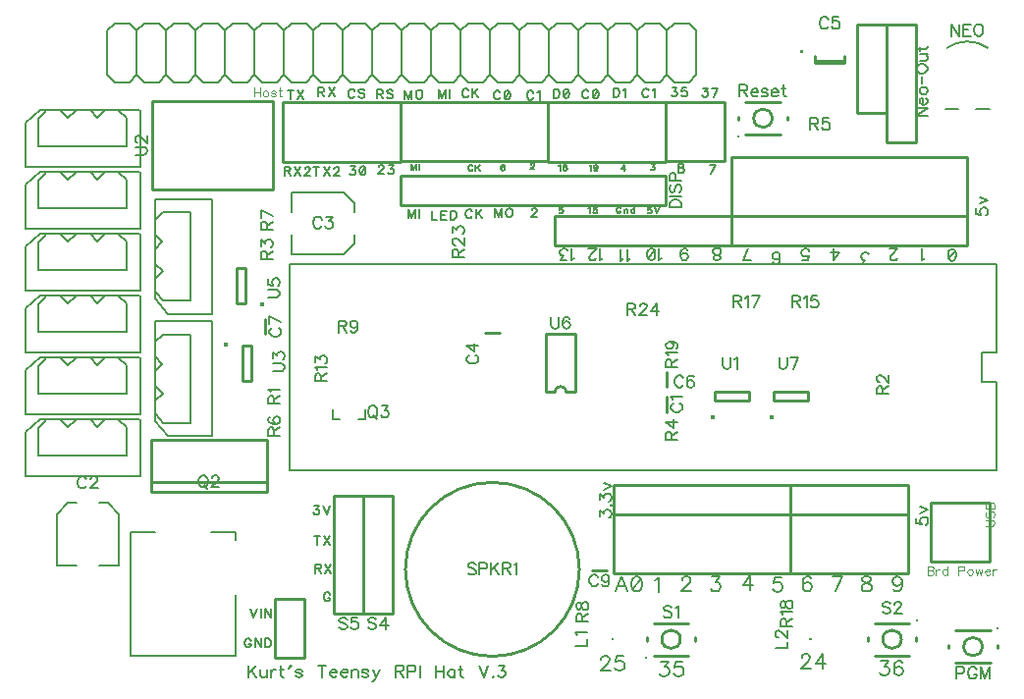
<source format=gto>
G04 DipTrace 3.0.0.2*
G04 TeensyArbotixProRPIT3.6.gto*
%MOIN*%
G04 #@! TF.FileFunction,Legend,Top*
G04 #@! TF.Part,Single*
%ADD10C,0.009843*%
%ADD19C,0.008*%
%ADD44C,0.006*%
%ADD45C,0.005*%
%ADD49C,0.011811*%
%ADD54C,0.015401*%
%ADD58C,0.015395*%
%ADD20C,0.007*%
%ADD122C,0.006176*%
%ADD123C,0.00772*%
%ADD124C,0.004632*%
%FSLAX26Y26*%
G04*
G70*
G90*
G75*
G01*
G04 TopSilk*
%LPD*%
X2568722Y1391773D2*
D10*
Y1340631D1*
X709963Y818925D2*
D19*
X641218D1*
X566205D2*
X497460D1*
Y993935D1*
X534966Y1031445D1*
X566205D1*
X709963Y818925D2*
Y993935D1*
X672457Y1031445D1*
X641218D1*
X1296201Y1874949D2*
Y1943694D1*
Y2018708D2*
Y2087453D1*
X1471211D1*
X1508721Y2049946D1*
Y2018708D1*
X1296201Y1874949D2*
X1471211D1*
X1508721Y1912456D1*
Y1943694D1*
X1951890Y1610061D2*
D10*
X2003032D1*
X3171666Y2531988D2*
X3073232D1*
X3171666Y2524540D2*
X3073232D1*
X3171666D2*
Y2548099D1*
X3073232Y2524540D2*
Y2548099D1*
X2568722Y1476773D2*
Y1425631D1*
X1206320Y1656772D2*
Y1605630D1*
X2365532Y802341D2*
X2314390D1*
X2989961Y993701D2*
X2389961D1*
Y793701D1*
X2989961D2*
X2389961D1*
X2989961Y993701D2*
Y793701D1*
X2389961Y993701D2*
X2989961D1*
X2389961Y1093701D2*
X2989961D1*
X2389961Y993701D2*
Y1093701D1*
X2989961Y993701D2*
Y1093701D1*
X3389961Y993701D2*
X2989961D1*
X3389961Y793701D2*
X2989961D1*
X3389961Y993701D2*
Y793701D1*
X2989961Y993701D2*
Y793701D1*
X3389961Y993701D2*
Y1093701D1*
X2989961Y993701D2*
X3389961D1*
X2989961Y1093701D2*
X3389961D1*
X2989961Y993701D2*
Y1093701D1*
X3589961Y2006201D2*
Y2206201D1*
X2789961Y2006201D2*
Y2206201D1*
Y2006201D2*
X3589961D1*
X2789961Y2206201D2*
X3589961D1*
X2564961Y2043701D2*
X1664961D1*
X2564961Y2143701D2*
Y2043701D1*
Y2143701D2*
X1664961D1*
Y2043701D1*
X2764961Y2192095D2*
X2564961D1*
X2764961Y2392095D2*
Y2192095D1*
X2564961Y2392095D2*
Y2192095D1*
X2764961Y2392095D2*
X2564961D1*
X2566142Y2190520D2*
X2163780D1*
Y2393670D1*
X2566142D1*
Y2190520D1*
X1104595Y933074D2*
D19*
X1021918D1*
X1104595Y511813D2*
Y720447D1*
Y933074D2*
Y905498D1*
X750295Y511813D2*
Y933074D1*
X832973D1*
X750295Y511813D2*
X1104595D1*
X1339961Y706201D2*
D10*
X1239961D1*
X1339961Y506201D2*
Y706201D1*
Y506201D2*
X1239961D1*
Y706201D1*
X3464961Y1031201D2*
X3664961D1*
X3464961Y831201D2*
Y1031201D1*
X3664961Y831201D2*
Y1031201D1*
X3464961Y831201D2*
X3664961D1*
X669488Y2485630D2*
D44*
X694488Y2460630D1*
X744488D1*
X769488Y2485630D1*
X794488Y2460630D1*
X844488D1*
X869488Y2485630D1*
X894488Y2460630D1*
X944488D1*
X969488Y2485630D1*
X994488Y2460630D1*
X1044488D1*
X1069488Y2485630D1*
X1094488Y2460630D1*
X1144488D1*
X1169488Y2485630D1*
X1194488Y2460630D1*
X1244488D1*
X1269488Y2485630D1*
X669488D2*
Y2635630D1*
X694488Y2660630D1*
X744488D1*
X769488Y2635630D1*
X794488Y2660630D1*
X844488D1*
X869488Y2635630D1*
X894488Y2660630D1*
X944488D1*
X969488Y2635630D1*
X994488Y2660630D1*
X1044488D1*
X1069488Y2635630D1*
X1094488Y2660630D1*
X1144488D1*
X1169488Y2635630D1*
X1194488Y2660630D1*
X1244488D1*
X1269488Y2635630D1*
X1294488Y2660630D1*
X1344488D1*
X1369488Y2635630D1*
X1394488Y2660630D1*
X1444488D1*
X1469488Y2635630D1*
X1494488Y2660630D1*
X1544488D1*
X1569488Y2635630D1*
X1594488Y2660630D1*
X1644488D1*
X1669488Y2635630D1*
X1694488Y2660630D1*
X1744488D1*
X1769488Y2635630D1*
X1794488Y2660630D1*
X1844488D1*
X1869488Y2635630D2*
X1844488Y2660630D1*
X1869488Y2635630D2*
X1894488Y2660630D1*
X1944488D2*
X1894488D1*
X1944488D2*
X1969488Y2635630D1*
X1994488Y2660630D1*
X2044488D2*
X1994488D1*
X2044488D2*
X2069488Y2635630D1*
X2094488Y2660630D1*
X2144488D2*
X2094488D1*
X2144488D2*
X2169488Y2635630D1*
X2194488Y2660630D1*
X2244488D2*
X2194488D1*
X2244488D2*
X2269488Y2635630D1*
X2294488Y2660630D1*
X2344488D2*
X2294488D1*
X2344488D2*
X2369488Y2635630D1*
X2394488Y2660630D1*
X2444488D2*
X2394488D1*
X2444488D2*
X2469488Y2635630D1*
X2494488Y2660630D1*
X2544488D2*
X2494488D1*
X2544488D2*
X2569488Y2635630D1*
Y2485630D2*
X2544488Y2460630D1*
X2494488D1*
X2469488Y2485630D2*
X2494488Y2460630D1*
X2469488Y2485630D2*
X2444488Y2460630D1*
X2394488D1*
X2369488Y2485630D2*
X2394488Y2460630D1*
X2369488Y2485630D2*
X2344488Y2460630D1*
X2294488D1*
X2269488Y2485630D2*
X2294488Y2460630D1*
X2269488Y2485630D2*
X2244488Y2460630D1*
X2194488D2*
X2244488D1*
X2194488D2*
X2169488Y2485630D1*
X2144488Y2460630D1*
X2094488D2*
X2144488D1*
X2094488D2*
X2069488Y2485630D1*
X2044488Y2460630D1*
X1994488D1*
X1969488Y2485630D2*
X1994488Y2460630D1*
X1969488Y2485630D2*
X1944488Y2460630D1*
X1894488D1*
X1869488Y2485630D2*
X1894488Y2460630D1*
X1869488Y2485630D2*
X1844488Y2460630D1*
X1794488D1*
X1769488Y2485630D2*
X1794488Y2460630D1*
X1769488Y2485630D2*
X1744488Y2460630D1*
X1694488D1*
X1669488Y2485630D2*
X1694488Y2460630D1*
X1669488Y2485630D2*
X1644488Y2460630D1*
X1594488D1*
X1569488Y2485630D2*
X1594488Y2460630D1*
X1569488Y2485630D2*
X1544488Y2460630D1*
X1494488D1*
X1469488Y2485630D2*
X1494488Y2460630D1*
X1469488Y2485630D2*
X1444488Y2460630D1*
X1394488D1*
X1369488Y2485630D2*
X1394488Y2460630D1*
X1369488Y2485630D2*
X1344488Y2460630D1*
X1294488D1*
X1269488Y2485630D2*
X1294488Y2460630D1*
X769488Y2635630D2*
Y2485630D1*
X869488Y2635630D2*
Y2485630D1*
X969488Y2635630D2*
Y2485630D1*
X1069488Y2635630D2*
Y2485630D1*
X1169488Y2635630D2*
Y2485630D1*
X1269488Y2635630D2*
Y2485630D1*
X1369488Y2635630D2*
Y2485630D1*
X1469488Y2635630D2*
Y2485630D1*
X1569488Y2635630D2*
Y2485630D1*
X1669488Y2635630D2*
Y2485630D1*
X1769488Y2635630D2*
Y2485630D1*
X1869488Y2635630D2*
Y2485630D1*
X1969488Y2635630D2*
Y2485630D1*
X2069488Y2635630D2*
Y2485630D1*
X2169488Y2635630D2*
Y2485630D1*
X2269488Y2635630D2*
Y2485630D1*
X2369488Y2635630D2*
Y2485630D1*
X2469488Y2635630D2*
Y2485630D1*
X2569488Y2635630D2*
Y2485630D1*
Y2635630D2*
X2594488Y2660630D1*
X2644488D2*
X2594488D1*
X2644488D2*
X2669488Y2635630D1*
Y2485630D2*
X2644488Y2460630D1*
X2594488D1*
X2569488Y2485630D2*
X2594488Y2460630D1*
X2669488Y2635630D2*
Y2485630D1*
X390701Y1961654D2*
D45*
X780465D1*
Y2154566D1*
X661587Y2154701D2*
X611580D1*
X561573D1*
X511567D1*
X461599D1*
X442267Y2154682D1*
X390701Y2111265D1*
Y1961654D1*
X510592Y2153697D2*
X535576Y2128698D1*
X560599Y2153697D1*
X610567Y2154566D2*
X635590Y2130705D1*
X660573Y2154566D1*
X710580D1*
X777308D1*
X709567Y2152693D2*
X735564Y2127694D1*
X735603Y2033699D1*
X435563D1*
X435602Y2126709D1*
X463587Y2151709D1*
X390701Y1751654D2*
X780465D1*
Y1944566D1*
X661587Y1944701D2*
X611580D1*
X561573D1*
X511567D1*
X461599D1*
X442267Y1944682D1*
X390701Y1901265D1*
Y1751654D1*
X510592Y1943697D2*
X535576Y1918698D1*
X560599Y1943697D1*
X610567Y1944566D2*
X635590Y1920705D1*
X660573Y1944566D1*
X710580D1*
X777308D1*
X709567Y1942693D2*
X735564Y1917694D1*
X735603Y1823699D1*
X435563D1*
X435602Y1916709D1*
X463587Y1941709D1*
X390701Y1541654D2*
X780465D1*
Y1734566D1*
X661587Y1734701D2*
X611580D1*
X561573D1*
X511567D1*
X461599D1*
X442267Y1734682D1*
X390701Y1691265D1*
Y1541654D1*
X510592Y1733697D2*
X535576Y1708698D1*
X560599Y1733697D1*
X610567Y1734566D2*
X635590Y1710705D1*
X660573Y1734566D1*
X710580D1*
X777308D1*
X709567Y1732693D2*
X735564Y1707694D1*
X735603Y1613699D1*
X435563D1*
X435602Y1706709D1*
X463587Y1731709D1*
X390701Y1331654D2*
X780465D1*
Y1524566D1*
X661587Y1524701D2*
X611580D1*
X561573D1*
X511567D1*
X461599D1*
X442267Y1524682D1*
X390701Y1481265D1*
Y1331654D1*
X510592Y1523697D2*
X535576Y1498698D1*
X560599Y1523697D1*
X610567Y1524566D2*
X635590Y1500705D1*
X660573Y1524566D1*
X710580D1*
X777308D1*
X709567Y1522693D2*
X735564Y1497694D1*
X735603Y1403699D1*
X435563D1*
X435602Y1496709D1*
X463587Y1521709D1*
X390701Y1121654D2*
X780465D1*
Y1314566D1*
X661587Y1314701D2*
X611580D1*
X561573D1*
X511567D1*
X461599D1*
X442267Y1314682D1*
X390701Y1271265D1*
Y1121654D1*
X510592Y1313697D2*
X535576Y1288698D1*
X560599Y1313697D1*
X610567Y1314566D2*
X635590Y1290705D1*
X660573Y1314566D1*
X710580D1*
X777308D1*
X709567Y1312693D2*
X735564Y1287694D1*
X735603Y1193699D1*
X435563D1*
X435602Y1286709D1*
X463587Y1311709D1*
X390701Y2171654D2*
X780465D1*
Y2364566D1*
X661587Y2364701D2*
X611580D1*
X561573D1*
X511567D1*
X461599D1*
X442267Y2364682D1*
X390701Y2321265D1*
Y2171654D1*
X510592Y2363697D2*
X535576Y2338698D1*
X560599Y2363697D1*
X610567Y2364566D2*
X635590Y2340705D1*
X660573Y2364566D1*
X710580D1*
X777308D1*
X709567Y2362693D2*
X735564Y2337694D1*
X735603Y2243699D1*
X435563D1*
X435602Y2336709D1*
X463587Y2361709D1*
X1024508Y1673819D2*
Y2063583D1*
X831596D1*
X831461Y1944705D2*
Y1894698D1*
Y1844692D1*
Y1794685D1*
Y1744717D1*
X831480Y1725385D1*
X874896Y1673819D1*
X1024508D1*
X832465Y1793710D2*
X857464Y1818694D1*
X832465Y1843717D1*
X831596Y1893685D2*
X855457Y1918708D1*
X831596Y1943692D1*
Y1993698D1*
Y2060426D1*
X833469Y1992685D2*
X858468Y2018682D1*
X952463Y2018721D1*
Y1718681D1*
X859453Y1718720D1*
X834453Y1746705D1*
X1024508Y1258819D2*
Y1648583D1*
X831596D1*
X831461Y1529705D2*
Y1479698D1*
Y1429692D1*
Y1379685D1*
Y1329717D1*
X831480Y1310385D1*
X874896Y1258819D1*
X1024508D1*
X832465Y1378710D2*
X857464Y1403694D1*
X832465Y1428717D1*
X831596Y1478685D2*
X855457Y1503708D1*
X831596Y1528692D1*
Y1578698D1*
Y1645426D1*
X833469Y1577685D2*
X858468Y1603682D1*
X952463Y1603721D1*
Y1303681D1*
X859453Y1303720D1*
X834453Y1331705D1*
X3589961Y1906201D2*
D10*
X2789961D1*
X3589961Y2006201D2*
Y1906201D1*
Y2006201D2*
X2789961D1*
Y1906201D1*
Y2006201D2*
X2189961D1*
X2789961Y1906201D2*
X2189961D1*
X2789961Y2006201D2*
Y1906201D1*
X2189961Y2006201D2*
Y1906201D1*
X3414961Y2656201D2*
X3314961D1*
X3414961Y2256201D2*
Y2656201D1*
X3314961Y2256201D2*
Y2656201D1*
X3414961Y2256201D2*
X3314961D1*
Y2356201D2*
X3214961D1*
Y2656201D1*
X3314961D2*
X3214961D1*
X3314961Y2356201D2*
Y2656201D1*
G36*
X2381299Y572638D2*
X2389173D1*
Y564764D1*
X2381299D1*
Y572638D1*
G37*
G36*
X3061122Y564764D2*
X3053249D1*
Y572638D1*
X3061122D1*
Y564764D1*
G37*
X3664961Y2368707D2*
D45*
X3619961D1*
X3514961D2*
X3559961D1*
X3520961Y2576713D2*
G02X3658961Y2576713I69000J-97267D01*
G01*
X3577461Y543702D2*
D10*
G02X3577461Y543702I31496J0D01*
G01*
X3549902Y488583D2*
X3668012D1*
X3549902Y598820D2*
X3569587D1*
X3668012D1*
X3526280Y549611D2*
Y537792D1*
X3691634Y549611D2*
Y537792D1*
D49*
X3693603Y606695D3*
G36*
X3023524Y2560040D2*
X3031398D1*
Y2567913D1*
X3023524D1*
Y2560040D1*
G37*
X1211811Y1068540D2*
D10*
X818110D1*
Y1245705D1*
X1211811D1*
Y1068540D1*
Y1103973D2*
X818110D1*
X1521455Y1316138D2*
D19*
X1545076D1*
Y1347638D1*
X1458466Y1316138D2*
X1434846D1*
Y1347638D1*
X2864173Y2337696D2*
D10*
G02X2864173Y2337696I31496J0D01*
G01*
X2954725Y2392815D2*
X2836614D1*
X2954725Y2282578D2*
X2935040D1*
X2836614D1*
X2978347Y2331787D2*
Y2343606D1*
X2812992Y2331787D2*
Y2343606D1*
D49*
X2811024Y2274703D3*
X2552461Y568700D2*
D10*
G02X2552461Y568700I31496J0D01*
G01*
X2643012Y623819D2*
X2524902D1*
X2643012Y513582D2*
X2623327D1*
X2524902D1*
X2666634Y562791D2*
Y574610D1*
X2501280Y562791D2*
Y574610D1*
D49*
X2499311Y505707D3*
X3302756Y568702D2*
D10*
G02X3302756Y568702I31496J0D01*
G01*
X3275197Y513583D2*
X3393307D1*
X3275197Y623820D2*
X3294882D1*
X3393307D1*
X3251575Y574611D2*
Y562792D1*
X3416929Y574611D2*
Y562792D1*
D49*
X3418898Y631695D3*
X1539961Y656201D2*
D10*
X1639961D1*
X1539961Y1056201D2*
Y656201D1*
X1639961Y1056201D2*
Y656201D1*
X1539961Y1056201D2*
X1639961D1*
X1439961Y656201D2*
X1539961D1*
X1439961Y1056201D2*
Y656201D1*
X1539961Y1056201D2*
Y656201D1*
X1439961Y1056201D2*
X1539961D1*
X1666142Y2190520D2*
X1263780D1*
Y2393670D1*
X1666142D1*
Y2190520D1*
X2164961Y2392095D2*
X1664961D1*
X2164961Y2192095D2*
X1664961D1*
X2164961Y2392095D2*
Y2192095D1*
X1664961Y2392095D2*
Y2192095D1*
X1681792Y806201D2*
G02X1681792Y806201I295276J0D01*
G01*
D54*
X2725646Y1323926D3*
X2730908Y1377992D2*
D10*
X2849016D1*
X2730908Y1409482D2*
X2849016D1*
Y1377992D2*
Y1409482D1*
X2730908Y1377992D2*
Y1409482D1*
X1232461Y2096732D2*
X822461D1*
Y2396732D1*
X1232461D1*
Y2096732D1*
D58*
X1073336Y1569812D3*
X1127401Y1564549D2*
D10*
Y1446441D1*
X1158892Y1564549D2*
Y1446441D1*
X1127401D2*
X1158892D1*
X1127401Y1564549D2*
X1158892D1*
X3640041Y1543681D2*
D19*
Y1443721D1*
X3689961D1*
Y1143701D1*
X1289961D1*
Y1843701D1*
X3689961D1*
Y1543681D1*
X3640041D1*
D58*
X1194086Y1704287D3*
X1140021Y1709550D2*
D10*
Y1827658D1*
X1108530Y1709550D2*
Y1827658D1*
X1140021D2*
X1108530D1*
X1140021Y1709550D2*
X1108530D1*
X2259850Y1407774D2*
Y1604628D1*
X2157473Y1407774D2*
Y1604628D1*
X2259850D2*
X2157473D1*
X2228356Y1407774D2*
X2259850D1*
X2188967D2*
X2157473D1*
X2228356D2*
G03X2188967Y1407774I-19694J-9D01*
G01*
D54*
X2925646Y1323926D3*
X2930908Y1377992D2*
D10*
X3049016D1*
X2930908Y1409482D2*
X3049016D1*
Y1377992D2*
Y1409482D1*
X2930908Y1377992D2*
Y1409482D1*
X2591840Y1369577D2*
D122*
X2588037Y1367676D1*
X2584190Y1363829D1*
X2582289Y1360027D1*
Y1352377D1*
X2584190Y1348531D1*
X2588037Y1344728D1*
X2591840Y1342783D1*
X2597588Y1340881D1*
X2607182D1*
X2612886Y1342783D1*
X2616733Y1344728D1*
X2620536Y1348531D1*
X2622481Y1352377D1*
Y1360027D1*
X2620536Y1363829D1*
X2616733Y1367676D1*
X2612886Y1369577D1*
X2589983Y1381929D2*
X2588037Y1385775D1*
X2582333Y1391523D1*
X2622481D1*
X598486Y1111713D2*
X596585Y1115516D1*
X592738Y1119362D1*
X588936Y1121264D1*
X581287D1*
X577440Y1119362D1*
X573637Y1115516D1*
X571692Y1111713D1*
X569790Y1105965D1*
Y1096370D1*
X571692Y1090666D1*
X573637Y1086820D1*
X577440Y1083017D1*
X581287Y1081072D1*
X588936D1*
X592738Y1083017D1*
X596585Y1086820D1*
X598486Y1090666D1*
X612783Y1111669D2*
Y1113570D1*
X614685Y1117417D1*
X616586Y1119318D1*
X620433Y1121219D1*
X628082D1*
X631884Y1119318D1*
X633786Y1117417D1*
X635731Y1113570D1*
Y1109768D1*
X633786Y1105921D1*
X629983Y1100217D1*
X610838Y1081072D1*
X637633D1*
X1397236Y1994156D2*
X1395335Y1997959D1*
X1391488Y2001805D1*
X1387685Y2003707D1*
X1380036D1*
X1376189Y2001805D1*
X1372387Y1997959D1*
X1370441Y1994156D1*
X1368540Y1988408D1*
Y1978813D1*
X1370441Y1973110D1*
X1372387Y1969263D1*
X1376189Y1965460D1*
X1380036Y1963515D1*
X1387685D1*
X1391488Y1965460D1*
X1395335Y1969263D1*
X1397236Y1973110D1*
X1413434Y2003663D2*
X1434436D1*
X1422985Y1988364D1*
X1428733D1*
X1432535Y1986463D1*
X1434436Y1984561D1*
X1436382Y1978813D1*
Y1975011D1*
X1434436Y1969263D1*
X1430634Y1965416D1*
X1424886Y1963515D1*
X1419138D1*
X1413434Y1965416D1*
X1411533Y1967362D1*
X1409587Y1971164D1*
X1898905Y1533008D2*
X1895103Y1531107D1*
X1891256Y1527260D1*
X1889355Y1523458D1*
Y1515808D1*
X1891256Y1511962D1*
X1895103Y1508159D1*
X1898905Y1506214D1*
X1904653Y1504312D1*
X1914248D1*
X1919952Y1506214D1*
X1923799Y1508159D1*
X1927601Y1511962D1*
X1929547Y1515808D1*
Y1523458D1*
X1927601Y1527260D1*
X1923799Y1531107D1*
X1919952Y1533008D1*
X1929547Y1564505D2*
X1889399D1*
X1916150Y1545360D1*
Y1574056D1*
X3117224Y2671961D2*
X3115323Y2675764D1*
X3111476Y2679610D1*
X3107673Y2681512D1*
X3100024D1*
X3096177Y2679610D1*
X3092375Y2675764D1*
X3090429Y2671961D1*
X3088528Y2666213D1*
Y2656618D1*
X3090429Y2650915D1*
X3092375Y2647068D1*
X3096177Y2643265D1*
X3100024Y2641320D1*
X3107673D1*
X3111476Y2643265D1*
X3115323Y2647068D1*
X3117224Y2650915D1*
X3152523Y2681468D2*
X3133422D1*
X3131521Y2664268D1*
X3133422Y2666169D1*
X3139170Y2668114D1*
X3144874D1*
X3150622Y2666169D1*
X3154469Y2662366D1*
X3156370Y2656618D1*
Y2652816D1*
X3154469Y2647068D1*
X3150622Y2643221D1*
X3144874Y2641320D1*
X3139170D1*
X3133422Y2643221D1*
X3131521Y2645166D1*
X3129575Y2648969D1*
X2625506Y1454758D2*
X2623605Y1458560D1*
X2619758Y1462407D1*
X2615955Y1464308D1*
X2608306D1*
X2604459Y1462407D1*
X2600657Y1458560D1*
X2598711Y1454758D1*
X2596810Y1449010D1*
Y1439415D1*
X2598711Y1433711D1*
X2600657Y1429864D1*
X2604459Y1426062D1*
X2608306Y1424116D1*
X2615955D1*
X2619758Y1426062D1*
X2623605Y1429864D1*
X2625506Y1433711D1*
X2660805Y1458560D2*
X2658904Y1462363D1*
X2653156Y1464264D1*
X2649353D1*
X2643605Y1462363D1*
X2639758Y1456615D1*
X2637857Y1447064D1*
Y1437514D1*
X2639758Y1429864D1*
X2643605Y1426018D1*
X2649353Y1424116D1*
X2651255D1*
X2656958Y1426018D1*
X2660805Y1429864D1*
X2662706Y1435612D1*
Y1437514D1*
X2660805Y1443262D1*
X2656958Y1447064D1*
X2651255Y1448966D1*
X2649353D1*
X2643605Y1447064D1*
X2639758Y1443262D1*
X2637857Y1437514D1*
X1229438Y1625976D2*
X1225635Y1624075D1*
X1221789Y1620228D1*
X1219887Y1616425D1*
Y1608776D1*
X1221789Y1604929D1*
X1225635Y1601127D1*
X1229438Y1599181D1*
X1235186Y1597280D1*
X1244781D1*
X1250485Y1599181D1*
X1254331Y1601127D1*
X1258134Y1604929D1*
X1260079Y1608776D1*
Y1616425D1*
X1258134Y1620228D1*
X1254331Y1624075D1*
X1250485Y1625976D1*
X1260079Y1645977D2*
X1219932Y1665122D1*
Y1638327D1*
X2335686Y779224D2*
X2333785Y783026D1*
X2329938Y786873D1*
X2326136Y788774D1*
X2318487D1*
X2314640Y786873D1*
X2310837Y783026D1*
X2308892Y779224D1*
X2306990Y773476D1*
Y763881D1*
X2308892Y758177D1*
X2310837Y754330D1*
X2314640Y750528D1*
X2318487Y748582D1*
X2326136D1*
X2329938Y750528D1*
X2333785Y754330D1*
X2335686Y758177D1*
X2372931Y775377D2*
X2370986Y769629D1*
X2367183Y765782D1*
X2361435Y763881D1*
X2359534D1*
X2353786Y765782D1*
X2349983Y769629D1*
X2348038Y775377D1*
Y777278D1*
X2349983Y783026D1*
X2353786Y786829D1*
X2359534Y788730D1*
X2361435D1*
X2367183Y786829D1*
X2370986Y783026D1*
X2372931Y775377D1*
Y765782D1*
X2370986Y756232D1*
X2367183Y750484D1*
X2361435Y748582D1*
X2357633D1*
X2351885Y750484D1*
X2349983Y754330D1*
X2578528Y2034982D2*
X2618720D1*
Y2048379D1*
X2616774Y2054127D1*
X2612972Y2057974D1*
X2609125Y2059875D1*
X2603421Y2061777D1*
X2593826D1*
X2588078Y2059875D1*
X2584276Y2057974D1*
X2580429Y2054127D1*
X2578528Y2048379D1*
Y2034982D1*
Y2074128D2*
X2618720D1*
X2584276Y2113274D2*
X2580429Y2109472D1*
X2578528Y2103724D1*
Y2096074D1*
X2580429Y2090326D1*
X2584276Y2086479D1*
X2588078D1*
X2591925Y2088425D1*
X2593826Y2090326D1*
X2595728Y2094129D1*
X2599574Y2105625D1*
X2601476Y2109472D1*
X2603421Y2111373D1*
X2607224Y2113274D1*
X2612972D1*
X2616774Y2109471D1*
X2618720Y2103723D1*
Y2096074D1*
X2616774Y2090326D1*
X2612972Y2086479D1*
X2599574Y2125625D2*
Y2142870D1*
X2597673Y2148573D1*
X2595728Y2150519D1*
X2591925Y2152420D1*
X2586177D1*
X2582375Y2150519D1*
X2580429Y2148573D1*
X2578528Y2142870D1*
Y2125625D1*
X2618720D1*
X2257760Y546254D2*
X2297952D1*
Y569202D1*
X2265454Y581553D2*
X2263508Y585400D1*
X2257805Y591148D1*
X2297952D1*
X2937583Y537654D2*
X2977775D1*
Y560602D1*
X2947178Y574899D2*
X2945277D1*
X2941430Y576800D1*
X2939529Y578701D1*
X2937627Y582548D1*
Y590197D1*
X2939529Y594000D1*
X2941430Y595901D1*
X2945277Y597847D1*
X2949079D1*
X2952926Y595901D1*
X2958630Y592099D1*
X2977775Y572953D1*
Y599748D1*
X3563284Y2657279D2*
Y2617087D1*
X3536489Y2657279D1*
Y2617087D1*
X3600484Y2657279D2*
X3575635D1*
Y2617087D1*
X3600484D1*
X3575635Y2638134D2*
X3590934D1*
X3624332Y2657279D2*
X3620485Y2655378D1*
X3616682Y2651531D1*
X3614737Y2647729D1*
X3612836Y2641981D1*
Y2632386D1*
X3614737Y2626682D1*
X3616682Y2622835D1*
X3620485Y2619033D1*
X3624332Y2617087D1*
X3631981D1*
X3635783Y2619033D1*
X3639630Y2622835D1*
X3641532Y2626682D1*
X3643433Y2632386D1*
Y2641981D1*
X3641532Y2647729D1*
X3639630Y2651531D1*
X3635783Y2655378D1*
X3631981Y2657279D1*
X3624332D1*
X3553562Y453969D2*
X3570806D1*
X3576510Y455871D1*
X3578455Y457816D1*
X3580356Y461619D1*
Y467367D1*
X3578455Y471169D1*
X3576510Y473115D1*
X3570806Y475016D1*
X3553562D1*
Y434824D1*
X3621404Y465465D2*
X3619502Y469268D1*
X3615656Y473115D1*
X3611853Y475016D1*
X3604204D1*
X3600357Y473115D1*
X3596554Y469268D1*
X3594609Y465465D1*
X3592708Y459717D1*
Y450123D1*
X3594609Y444419D1*
X3596554Y440572D1*
X3600357Y436769D1*
X3604204Y434824D1*
X3611853D1*
X3615656Y436769D1*
X3619502Y440572D1*
X3621404Y444419D1*
Y450123D1*
X3611853D1*
X3664352Y434824D2*
Y475016D1*
X3649054Y434824D1*
X3633755Y475016D1*
Y434824D1*
X991563Y1124629D2*
X987761Y1122772D1*
X983914Y1118926D1*
X982013Y1115079D1*
X980067Y1109331D1*
Y1099780D1*
X982013Y1094032D1*
X983914Y1090230D1*
X987761Y1086383D1*
X991563Y1084482D1*
X999212D1*
X1003059Y1086383D1*
X1006862Y1090230D1*
X1008763Y1094032D1*
X1010709Y1099780D1*
Y1109331D1*
X1008763Y1115079D1*
X1006862Y1118926D1*
X1003059Y1122772D1*
X999212Y1124629D1*
X991563D1*
X997311Y1092131D2*
X1008763Y1080635D1*
X1025005Y1115035D2*
Y1116936D1*
X1026907Y1120783D1*
X1028808Y1122684D1*
X1032655Y1124585D1*
X1040304D1*
X1044107Y1122684D1*
X1046008Y1120783D1*
X1047953Y1116936D1*
Y1113133D1*
X1046008Y1109287D1*
X1042205Y1103583D1*
X1023060Y1084437D1*
X1049855D1*
X1566999Y1361237D2*
X1563196Y1359380D1*
X1559350Y1355534D1*
X1557448Y1351687D1*
X1555503Y1345939D1*
Y1336388D1*
X1557448Y1330640D1*
X1559350Y1326838D1*
X1563196Y1322991D1*
X1566999Y1321090D1*
X1574648D1*
X1578495Y1322991D1*
X1582297Y1326838D1*
X1584199Y1330640D1*
X1586144Y1336388D1*
Y1345939D1*
X1584199Y1351687D1*
X1582297Y1355534D1*
X1578495Y1359380D1*
X1574648Y1361237D1*
X1566999D1*
X1572747Y1328739D2*
X1584199Y1317243D1*
X1602342Y1361193D2*
X1623345D1*
X1611893Y1345895D1*
X1617641D1*
X1621444Y1343993D1*
X1623345Y1342092D1*
X1625290Y1336344D1*
Y1332542D1*
X1623345Y1326793D1*
X1619542Y1322947D1*
X1613794Y1321045D1*
X1608046D1*
X1602342Y1322947D1*
X1600441Y1324892D1*
X1598496Y1328695D1*
X1235665Y1368528D2*
Y1385727D1*
X1233720Y1391475D1*
X1231819Y1393421D1*
X1228016Y1395322D1*
X1224169D1*
X1220367Y1393421D1*
X1218421Y1391475D1*
X1216520Y1385727D1*
Y1368528D1*
X1256712D1*
X1235665Y1381925D2*
X1256712Y1395322D1*
X1224214Y1407674D2*
X1222268Y1411520D1*
X1216564Y1417268D1*
X1256712D1*
X3302247Y1401236D2*
Y1418436D1*
X3300301Y1424184D1*
X3298400Y1426129D1*
X3294597Y1428031D1*
X3290751D1*
X3286948Y1426129D1*
X3285003Y1424184D1*
X3283101Y1418436D1*
Y1401236D1*
X3323293D1*
X3302247Y1414633D2*
X3323293Y1428031D1*
X3292696Y1442328D2*
X3290795D1*
X3286948Y1444229D1*
X3285047Y1446130D1*
X3283146Y1449977D1*
Y1457626D1*
X3285047Y1461429D1*
X3286948Y1463330D1*
X3290795Y1465275D1*
X3294597D1*
X3298444Y1463330D1*
X3304148Y1459527D1*
X3323293Y1440382D1*
Y1467177D1*
X1210764Y1860731D2*
Y1877931D1*
X1208818Y1883679D1*
X1206917Y1885624D1*
X1203114Y1887525D1*
X1199268D1*
X1195465Y1885624D1*
X1193520Y1883679D1*
X1191618Y1877931D1*
Y1860731D1*
X1231810D1*
X1210764Y1874128D2*
X1231810Y1887525D1*
X1191663Y1903724D2*
Y1924726D1*
X1206961Y1913274D1*
Y1919022D1*
X1208862Y1922825D1*
X1210764Y1924726D1*
X1216512Y1926671D1*
X1220314D1*
X1226062Y1924726D1*
X1229909Y1920923D1*
X1231810Y1915175D1*
Y1909427D1*
X1229909Y1903723D1*
X1227964Y1901822D1*
X1224161Y1899877D1*
X2585665Y1247281D2*
Y1264481D1*
X2583720Y1270229D1*
X2581819Y1272175D1*
X2578016Y1274076D1*
X2574169D1*
X2570367Y1272175D1*
X2568421Y1270229D1*
X2566520Y1264481D1*
Y1247281D1*
X2606712D1*
X2585665Y1260679D2*
X2606712Y1274076D1*
Y1305573D2*
X2566564D1*
X2593315Y1286427D1*
Y1315123D1*
X3056892Y2318961D2*
X3074092D1*
X3079840Y2320907D1*
X3081785Y2322808D1*
X3083687Y2326610D1*
Y2330457D1*
X3081785Y2334260D1*
X3079840Y2336205D1*
X3074092Y2338106D1*
X3056892D1*
Y2297914D1*
X3070289Y2318961D2*
X3083687Y2297914D1*
X3118986Y2338062D2*
X3099885D1*
X3097984Y2320862D1*
X3099885Y2322764D1*
X3105633Y2324709D1*
X3111337D1*
X3117085Y2322764D1*
X3120932Y2318961D1*
X3122833Y2313213D1*
Y2309411D1*
X3120932Y2303663D1*
X3117085Y2299816D1*
X3111337Y2297914D1*
X3105633D1*
X3099885Y2299816D1*
X3097984Y2301761D1*
X3096038Y2305564D1*
X1235665Y1260900D2*
Y1278100D1*
X1233720Y1283848D1*
X1231819Y1285794D1*
X1228016Y1287695D1*
X1224169D1*
X1220367Y1285794D1*
X1218421Y1283848D1*
X1216520Y1278100D1*
Y1260900D1*
X1256712D1*
X1235665Y1274298D2*
X1256712Y1287695D1*
X1222268Y1322994D2*
X1218465Y1321093D1*
X1216564Y1315345D1*
Y1311542D1*
X1218465Y1305794D1*
X1224214Y1301948D1*
X1233764Y1300046D1*
X1243315D1*
X1250964Y1301948D1*
X1254811Y1305794D1*
X1256712Y1311542D1*
Y1313444D1*
X1254811Y1319147D1*
X1250964Y1322994D1*
X1245216Y1324895D1*
X1243315D1*
X1237567Y1322994D1*
X1233764Y1319147D1*
X1231863Y1313444D1*
Y1311542D1*
X1233764Y1305794D1*
X1237567Y1301948D1*
X1243315Y1300046D1*
X1210764Y1960731D2*
Y1977931D1*
X1208818Y1983679D1*
X1206917Y1985624D1*
X1203114Y1987525D1*
X1199268D1*
X1195465Y1985624D1*
X1193520Y1983679D1*
X1191618Y1977931D1*
Y1960731D1*
X1231810D1*
X1210764Y1974128D2*
X1231810Y1987525D1*
Y2007526D2*
X1191663Y2026671D1*
Y1999877D1*
X2281385Y629504D2*
Y646703D1*
X2279439Y652451D1*
X2277538Y654397D1*
X2273735Y656298D1*
X2269889D1*
X2266086Y654397D1*
X2264141Y652451D1*
X2262239Y646703D1*
Y629504D1*
X2302431D1*
X2281385Y642901D2*
X2302431Y656298D1*
X2262284Y678200D2*
X2264185Y672496D1*
X2267987Y670551D1*
X2271834D1*
X2275637Y672496D1*
X2277582Y676299D1*
X2279483Y683948D1*
X2281385Y689696D1*
X2285232Y693499D1*
X2289034Y695400D1*
X2294782D1*
X2298585Y693499D1*
X2300530Y691597D1*
X2302431Y685849D1*
Y678200D1*
X2300530Y672496D1*
X2298585Y670551D1*
X2294782Y668649D1*
X2289034Y668650D1*
X2285232Y670551D1*
X2281385Y674398D1*
X2279483Y680101D1*
X2277582Y687751D1*
X2275637Y691597D1*
X2271834Y693499D1*
X2267987D1*
X2264185Y691597D1*
X2262284Y685849D1*
Y678200D1*
X1454974Y1631482D2*
X1472174D1*
X1477922Y1633428D1*
X1479867Y1635329D1*
X1481769Y1639131D1*
Y1642978D1*
X1479867Y1646781D1*
X1477922Y1648726D1*
X1472174Y1650627D1*
X1454974D1*
Y1610435D1*
X1468371Y1631482D2*
X1481769Y1610435D1*
X1519013Y1637230D2*
X1517068Y1631482D1*
X1513265Y1627635D1*
X1507517Y1625734D1*
X1505616D1*
X1499868Y1627635D1*
X1496065Y1631482D1*
X1494120Y1637230D1*
Y1639131D1*
X1496065Y1644879D1*
X1499868Y1648682D1*
X1505616Y1650583D1*
X1507517D1*
X1513265Y1648682D1*
X1517068Y1644879D1*
X1519013Y1637230D1*
Y1627635D1*
X1517068Y1618085D1*
X1513265Y1612337D1*
X1507517Y1610435D1*
X1503715D1*
X1497967Y1612337D1*
X1496065Y1616184D1*
X1394629Y1444402D2*
Y1461602D1*
X1392683Y1467350D1*
X1390782Y1469295D1*
X1386980Y1471197D1*
X1383133D1*
X1379330Y1469295D1*
X1377385Y1467350D1*
X1375483Y1461602D1*
Y1444402D1*
X1415675D1*
X1394629Y1457799D2*
X1415675Y1471197D1*
X1383177Y1483548D2*
X1381232Y1487395D1*
X1375528Y1493143D1*
X1415675D1*
X1375528Y1509341D2*
Y1530343D1*
X1390826Y1518892D1*
Y1524640D1*
X1392728Y1528442D1*
X1394629Y1530343D1*
X1400377Y1532289D1*
X1404179D1*
X1409927Y1530343D1*
X1413774Y1526541D1*
X1415675Y1520793D1*
Y1515045D1*
X1413774Y1509341D1*
X1411829Y1507440D1*
X1408026Y1505494D1*
X2996017Y1716126D2*
X3013217D1*
X3018965Y1718072D1*
X3020911Y1719973D1*
X3022812Y1723776D1*
Y1727622D1*
X3020911Y1731425D1*
X3018965Y1733370D1*
X3013217Y1735272D1*
X2996017D1*
Y1695080D1*
X3009415Y1716126D2*
X3022812Y1695080D1*
X3035163Y1727578D2*
X3039010Y1729524D1*
X3044758Y1735227D1*
Y1695080D1*
X3080058Y1735227D2*
X3060956D1*
X3059055Y1718027D1*
X3060956Y1719929D1*
X3066704Y1721874D1*
X3072408D1*
X3078156Y1719929D1*
X3082003Y1716126D1*
X3083904Y1710378D1*
Y1706576D1*
X3082003Y1700828D1*
X3078156Y1696981D1*
X3072408Y1695080D1*
X3066704D1*
X3060956Y1696981D1*
X3059055Y1698926D1*
X3057110Y1702729D1*
X2796017Y1716126D2*
X2813217D1*
X2818965Y1718072D1*
X2820911Y1719973D1*
X2822812Y1723776D1*
Y1727622D1*
X2820911Y1731425D1*
X2818965Y1733370D1*
X2813217Y1735272D1*
X2796017D1*
Y1695080D1*
X2809415Y1716126D2*
X2822812Y1695080D1*
X2835163Y1727578D2*
X2839010Y1729524D1*
X2844758Y1735227D1*
Y1695080D1*
X2864759D2*
X2883904Y1735227D1*
X2857110D1*
X2975134Y612280D2*
Y629480D1*
X2973189Y635228D1*
X2971287Y637173D1*
X2967485Y639074D1*
X2963638D1*
X2959835Y637173D1*
X2957890Y635228D1*
X2955989Y629480D1*
Y612280D1*
X2996181D1*
X2975134Y625677D2*
X2996181Y639074D1*
X2963682Y651426D2*
X2961737Y655273D1*
X2956033Y661021D1*
X2996181D1*
X2956033Y682923D2*
X2957934Y677219D1*
X2961737Y675273D1*
X2965584D1*
X2969386Y677219D1*
X2971332Y681021D1*
X2973233Y688671D1*
X2975134Y694419D1*
X2978981Y698221D1*
X2982783Y700122D1*
X2988531D1*
X2992334Y698221D1*
X2994279Y696320D1*
X2996181Y690572D1*
Y682922D1*
X2994279Y677219D1*
X2992334Y675273D1*
X2988531Y673372D1*
X2982783D1*
X2978981Y675273D1*
X2975134Y679120D1*
X2973233Y684824D1*
X2971332Y692473D1*
X2969386Y696320D1*
X2965584Y698221D1*
X2961737D1*
X2957934Y696320D1*
X2956033Y690572D1*
Y682923D1*
X2585665Y1493210D2*
Y1510409D1*
X2583720Y1516157D1*
X2581819Y1518103D1*
X2578016Y1520004D1*
X2574169D1*
X2570367Y1518103D1*
X2568421Y1516158D1*
X2566520Y1510409D1*
Y1493210D1*
X2606712D1*
X2585665Y1506607D2*
X2606712Y1520004D1*
X2574214Y1532356D2*
X2572268Y1536202D1*
X2566564Y1541950D1*
X2606712D1*
X2579917Y1579195D2*
X2585665Y1577250D1*
X2589512Y1573447D1*
X2591413Y1567699D1*
Y1565798D1*
X2589512Y1560050D1*
X2585665Y1556247D1*
X2579917Y1554302D1*
X2578016D1*
X2572268Y1556247D1*
X2568465Y1560050D1*
X2566564Y1565798D1*
Y1567699D1*
X2568465Y1573447D1*
X2572268Y1577250D1*
X2579917Y1579195D1*
X2589512D1*
X2599063Y1577250D1*
X2604811Y1573447D1*
X2606712Y1567699D1*
Y1563897D1*
X2604811Y1558149D1*
X2600964Y1556247D1*
X1860665Y1866158D2*
Y1883358D1*
X1858720Y1889106D1*
X1856819Y1891051D1*
X1853016Y1892952D1*
X1849169D1*
X1845367Y1891051D1*
X1843421Y1889106D1*
X1841520Y1883358D1*
Y1866158D1*
X1881712D1*
X1860665Y1879555D2*
X1881712Y1892952D1*
X1851115Y1907249D2*
X1849214D1*
X1845367Y1909151D1*
X1843465Y1911052D1*
X1841564Y1914899D1*
Y1922548D1*
X1843465Y1926350D1*
X1845367Y1928252D1*
X1849214Y1930197D1*
X1853016D1*
X1856863Y1928252D1*
X1862567Y1924449D1*
X1881712Y1905304D1*
Y1932098D1*
X1841564Y1948297D2*
Y1969299D1*
X1856863Y1957847D1*
Y1963595D1*
X1858764Y1967398D1*
X1860665Y1969299D1*
X1866413Y1971244D1*
X1870216D1*
X1875964Y1969299D1*
X1879811Y1965496D1*
X1881712Y1959748D1*
Y1954000D1*
X1879811Y1948296D1*
X1877865Y1946395D1*
X1874063Y1944450D1*
X2816449Y2432248D2*
X2833649D1*
X2839397Y2434194D1*
X2841342Y2436095D1*
X2843244Y2439898D1*
Y2443744D1*
X2841342Y2447547D1*
X2839397Y2449492D1*
X2833649Y2451394D1*
X2816449D1*
Y2411202D1*
X2829846Y2432248D2*
X2843244Y2411202D1*
X2855595Y2426500D2*
X2878543D1*
Y2430347D1*
X2876642Y2434194D1*
X2874740Y2436095D1*
X2870894Y2437996D1*
X2865145D1*
X2861343Y2436095D1*
X2857496Y2432248D1*
X2855595Y2426500D1*
Y2422698D1*
X2857496Y2416950D1*
X2861343Y2413147D1*
X2865145Y2411202D1*
X2870894D1*
X2874740Y2413147D1*
X2878543Y2416950D1*
X2911941Y2432248D2*
X2910040Y2436095D1*
X2904292Y2437996D1*
X2898544D1*
X2892795Y2436095D1*
X2890894Y2432248D1*
X2892795Y2428446D1*
X2896642Y2426500D1*
X2906193Y2424599D1*
X2910040Y2422698D1*
X2911941Y2418851D1*
Y2416950D1*
X2910040Y2413147D1*
X2904292Y2411202D1*
X2898544D1*
X2892795Y2413147D1*
X2890894Y2416950D1*
X2924292Y2426500D2*
X2947240D1*
Y2430347D1*
X2945339Y2434194D1*
X2943438Y2436095D1*
X2939591Y2437996D1*
X2933843D1*
X2930040Y2436095D1*
X2926194Y2432248D1*
X2924292Y2426500D1*
Y2422698D1*
X2926194Y2416950D1*
X2930040Y2413147D1*
X2933843Y2411202D1*
X2939591D1*
X2943438Y2413147D1*
X2947240Y2416950D1*
X2965340Y2451394D2*
Y2418851D1*
X2967241Y2413147D1*
X2971088Y2411202D1*
X2974890D1*
X2959592Y2437996D2*
X2972989D1*
X2586381Y676650D2*
X2582579Y680496D1*
X2576831Y682398D1*
X2569181D1*
X2563433Y680496D1*
X2559586Y676650D1*
Y672847D1*
X2561532Y669000D1*
X2563433Y667099D1*
X2567236Y665198D1*
X2578732Y661351D1*
X2582579Y659450D1*
X2584480Y657504D1*
X2586381Y653702D1*
Y647954D1*
X2582579Y644151D1*
X2576831Y642206D1*
X2569181D1*
X2563433Y644151D1*
X2559586Y647954D1*
X2598733Y674704D2*
X2602579Y676650D1*
X2608327Y682353D1*
Y642206D1*
X3328076Y690429D2*
X3324274Y694276D1*
X3318526Y696177D1*
X3310877D1*
X3305129Y694276D1*
X3301282Y690429D1*
Y686627D1*
X3303227Y682780D1*
X3305129Y680878D1*
X3308931Y678977D1*
X3320427Y675130D1*
X3324274Y673229D1*
X3326175Y671284D1*
X3328076Y667481D1*
Y661733D1*
X3324274Y657931D1*
X3318526Y655985D1*
X3310877D1*
X3305129Y657931D1*
X3301282Y661733D1*
X3342373Y686582D2*
Y688484D1*
X3344275Y692330D1*
X3346176Y694232D1*
X3350023Y696133D1*
X3357672D1*
X3361475Y694232D1*
X3363376Y692330D1*
X3365321Y688484D1*
Y684681D1*
X3363376Y680834D1*
X3359573Y675130D1*
X3340428Y655985D1*
X3367223D1*
X1582835Y636886D2*
X1579032Y640733D1*
X1573284Y642634D1*
X1565635D1*
X1559887Y640733D1*
X1556040Y636886D1*
Y633083D1*
X1557985Y629237D1*
X1559887Y627335D1*
X1563689Y625434D1*
X1575185Y621587D1*
X1579032Y619686D1*
X1580933Y617741D1*
X1582835Y613938D1*
Y608190D1*
X1579032Y604388D1*
X1573284Y602442D1*
X1565635D1*
X1559887Y604388D1*
X1556040Y608190D1*
X1614331Y602442D2*
Y642590D1*
X1595186Y615839D1*
X1623882D1*
X1483785Y636886D2*
X1479983Y640733D1*
X1474235Y642634D1*
X1466585D1*
X1460837Y640733D1*
X1456990Y636886D1*
Y633083D1*
X1458936Y629237D1*
X1460837Y627335D1*
X1464640Y625434D1*
X1476136Y621587D1*
X1479983Y619686D1*
X1481884Y617741D1*
X1483785Y613938D1*
Y608190D1*
X1479983Y604388D1*
X1474235Y602442D1*
X1466585D1*
X1460837Y604388D1*
X1456990Y608190D1*
X1519084Y642590D2*
X1499983D1*
X1498082Y625390D1*
X1499983Y627291D1*
X1505731Y629237D1*
X1511435D1*
X1517183Y627291D1*
X1521030Y623489D1*
X1522931Y617741D1*
Y613938D1*
X1521030Y608190D1*
X1517183Y604343D1*
X1511435Y602442D1*
X1505731D1*
X1499983Y604343D1*
X1498082Y606289D1*
X1496137Y610091D1*
X1920772Y822959D2*
X1916970Y826805D1*
X1911222Y828707D1*
X1903572D1*
X1897824Y826805D1*
X1893978Y822959D1*
Y819156D1*
X1895923Y815309D1*
X1897824Y813408D1*
X1901627Y811507D1*
X1913123Y807660D1*
X1916970Y805759D1*
X1918871Y803813D1*
X1920772Y800011D1*
Y794263D1*
X1916970Y790460D1*
X1911222Y788515D1*
X1903572D1*
X1897824Y790460D1*
X1893978Y794263D1*
X1933124Y807660D2*
X1950368D1*
X1956072Y809561D1*
X1958017Y811507D1*
X1959918Y815309D1*
Y821057D1*
X1958017Y824860D1*
X1956072Y826805D1*
X1950368Y828707D1*
X1933124D1*
Y788515D1*
X1972270Y828707D2*
Y788515D1*
X1999064Y828707D2*
X1972270Y801912D1*
X1981820Y811507D2*
X1999064Y788515D1*
X2011416Y809561D2*
X2028616D1*
X2034364Y811507D1*
X2036309Y813408D1*
X2038210Y817211D1*
Y821057D1*
X2036309Y824860D1*
X2034364Y826805D1*
X2028616Y828707D1*
X2011416D1*
Y788515D1*
X2024813Y809561D2*
X2038210Y788515D1*
X2050562Y821013D2*
X2054409Y822959D1*
X2060157Y828663D1*
Y788515D1*
X2759110Y1527083D2*
Y1498387D1*
X2761011Y1492639D1*
X2764858Y1488836D1*
X2770606Y1486891D1*
X2774409D1*
X2780157Y1488836D1*
X2784003Y1492639D1*
X2785905Y1498387D1*
Y1527083D1*
X2798256Y1519389D2*
X2802103Y1521335D1*
X2807851Y1527038D1*
Y1486891D1*
X763882Y2213762D2*
X792578D1*
X798326Y2215664D1*
X802129Y2219510D1*
X804074Y2225258D1*
Y2229061D1*
X802129Y2234809D1*
X798326Y2238656D1*
X792578Y2240557D1*
X763882D1*
X773477Y2254854D2*
X771576D1*
X767729Y2256755D1*
X765828Y2258656D1*
X763927Y2262503D1*
Y2270152D1*
X765828Y2273955D1*
X767729Y2275856D1*
X771576Y2277802D1*
X775379D1*
X779225Y2275856D1*
X784929Y2272054D1*
X804074Y2252908D1*
Y2279703D1*
X1231481Y1479006D2*
X1260176D1*
X1265925Y1480908D1*
X1269727Y1484754D1*
X1271673Y1490502D1*
Y1494305D1*
X1269727Y1500053D1*
X1265925Y1503900D1*
X1260177Y1505801D1*
X1231481D1*
X1231525Y1521999D2*
Y1543002D1*
X1246823Y1531550D1*
Y1537298D1*
X1248725Y1541100D1*
X1250626Y1543002D1*
X1256374Y1544947D1*
X1260177D1*
X1265925Y1543001D1*
X1269771Y1539199D1*
X1271673Y1533451D1*
Y1527703D1*
X1269771Y1521999D1*
X1267826Y1520098D1*
X1264023Y1518152D1*
X1215351Y1729152D2*
X1244047D1*
X1249795Y1731053D1*
X1253597Y1734900D1*
X1255543Y1740648D1*
Y1744451D1*
X1253597Y1750199D1*
X1249795Y1754045D1*
X1244047Y1755947D1*
X1215351D1*
X1215395Y1791246D2*
Y1772145D1*
X1232595Y1770244D1*
X1230694Y1772145D1*
X1228748Y1777893D1*
Y1783597D1*
X1230694Y1789345D1*
X1234496Y1793191D1*
X1240244Y1795093D1*
X1244047D1*
X1249795Y1793191D1*
X1253641Y1789345D1*
X1255543Y1783597D1*
Y1777893D1*
X1253641Y1772145D1*
X1251696Y1770243D1*
X1247893Y1768298D1*
X2176664Y1663207D2*
Y1634511D1*
X2178565Y1628763D1*
X2182412Y1624960D1*
X2188160Y1623015D1*
X2191963D1*
X2197711Y1624960D1*
X2201557Y1628763D1*
X2203459Y1634511D1*
Y1663207D1*
X2238758Y1657459D2*
X2236857Y1661261D1*
X2231109Y1663162D1*
X2227306D1*
X2221558Y1661261D1*
X2217711Y1655513D1*
X2215810Y1645963D1*
Y1636412D1*
X2217711Y1628763D1*
X2221558Y1624916D1*
X2227306Y1623015D1*
X2229207D1*
X2234911Y1624916D1*
X2238758Y1628763D1*
X2240659Y1634511D1*
Y1636412D1*
X2238758Y1642160D1*
X2234911Y1645963D1*
X2229207Y1647864D1*
X2227306D1*
X2221558Y1645963D1*
X2217711Y1642160D1*
X2215810Y1636412D1*
X2950510Y1527083D2*
Y1498387D1*
X2952411Y1492639D1*
X2956258Y1488836D1*
X2962006Y1486891D1*
X2965809D1*
X2971557Y1488836D1*
X2975404Y1492639D1*
X2977305Y1498387D1*
Y1527083D1*
X2997306Y1486891D2*
X3016451Y1527038D1*
X2989656D1*
X2436467Y1690163D2*
X2453667D1*
X2459415Y1692108D1*
X2461360Y1694010D1*
X2463261Y1697812D1*
Y1701659D1*
X2461360Y1705462D1*
X2459415Y1707407D1*
X2453667Y1709308D1*
X2436467D1*
Y1669116D1*
X2449864Y1690163D2*
X2463261Y1669116D1*
X2477558Y1699714D2*
Y1701615D1*
X2479460Y1705462D1*
X2481361Y1707363D1*
X2485208Y1709264D1*
X2492857D1*
X2496660Y1707363D1*
X2498561Y1705462D1*
X2500506Y1701615D1*
Y1697812D1*
X2498561Y1693966D1*
X2494758Y1688262D1*
X2475613Y1669116D1*
X2502408D1*
X2533904D2*
Y1709264D1*
X2514759Y1682514D1*
X2543455D1*
X2341169Y985780D2*
Y1006782D1*
X2356468Y995331D1*
Y1001079D1*
X2358369Y1004881D1*
X2360270Y1006782D1*
X2366018Y1008728D1*
X2369821D1*
X2375569Y1006782D1*
X2379416Y1002980D1*
X2381317Y997232D1*
Y991484D1*
X2379416Y985780D1*
X2377470Y983879D1*
X2373668Y981933D1*
X2377470Y1022981D2*
X2379416Y1021079D1*
X2381317Y1022981D1*
X2379416Y1024926D1*
X2377470Y1022981D1*
X2341169Y1041124D2*
Y1062127D1*
X2356468Y1050675D1*
Y1056423D1*
X2358369Y1060225D1*
X2360270Y1062127D1*
X2366018Y1064072D1*
X2369821D1*
X2375569Y1062127D1*
X2379416Y1058324D1*
X2381317Y1052576D1*
Y1046828D1*
X2379416Y1041124D1*
X2377470Y1039223D1*
X2373668Y1037277D1*
X2354522Y1076424D2*
X2381317Y1087920D1*
X2354522Y1099371D1*
X2529550Y770871D2*
D123*
X2534359Y773303D1*
X2541544Y780432D1*
Y730248D1*
X2620982Y769494D2*
Y771871D1*
X2623359Y776679D1*
X2625735Y779056D1*
X2630544Y781432D1*
X2640105D1*
X2644859Y779056D1*
X2647235Y776679D1*
X2649667Y771871D1*
Y767118D1*
X2647235Y762309D1*
X2642482Y755179D1*
X2618550Y731248D1*
X2652044D1*
X2723359Y781432D2*
X2749612D1*
X2735297Y762309D1*
X2742482D1*
X2747235Y759933D1*
X2749612Y757556D1*
X2752044Y750371D1*
Y745618D1*
X2749612Y738433D1*
X2744859Y733624D1*
X2737674Y731248D1*
X2730489D1*
X2723359Y733624D1*
X2720982Y736056D1*
X2718550Y740809D1*
X3059923Y774303D2*
X3057546Y779056D1*
X3050361Y781432D1*
X3045608D1*
X3038423Y779056D1*
X3033615Y771871D1*
X3031238Y759933D1*
Y747994D1*
X3033615Y738433D1*
X3038423Y733624D1*
X3045608Y731248D1*
X3047985D1*
X3055114Y733624D1*
X3059923Y738433D1*
X3062299Y745618D1*
Y747994D1*
X3059923Y755179D1*
X3055114Y759933D1*
X3047985Y762309D1*
X3045608D1*
X3038423Y759933D1*
X3033615Y755179D1*
X3031238Y747994D1*
X3140800Y731248D2*
X3164731Y781432D1*
X3131238D1*
X3243176D2*
X3236046Y779056D1*
X3233615Y774303D1*
Y769494D1*
X3236046Y764741D1*
X3240800Y762309D1*
X3250361Y759933D1*
X3257546Y757556D1*
X3262299Y752748D1*
X3264676Y747994D1*
Y740809D1*
X3262299Y736056D1*
X3259923Y733624D1*
X3252738Y731248D1*
X3243176D1*
X3236046Y733624D1*
X3233615Y736056D1*
X3231238Y740809D1*
Y747994D1*
X3233615Y752748D1*
X3238423Y757556D1*
X3245553Y759933D1*
X3255114Y762309D1*
X3259923Y764741D1*
X3262299Y769494D1*
Y774303D1*
X3259923Y779056D1*
X3252738Y781432D1*
X3243176D1*
X3367355Y764741D2*
X3364923Y757556D1*
X3360170Y752748D1*
X3352985Y750371D1*
X3350608D1*
X3343423Y752748D1*
X3338670Y757556D1*
X3336238Y764741D1*
Y767118D1*
X3338670Y774303D1*
X3343423Y779056D1*
X3350608Y781432D1*
X3352985D1*
X3360170Y779056D1*
X3364923Y774303D1*
X3367355Y764741D1*
Y752748D1*
X3364923Y740809D1*
X3360170Y733624D1*
X3352985Y731248D1*
X3348231D1*
X3341046Y733624D1*
X3338670Y738433D1*
X3651507Y953902D2*
D124*
X3673029D1*
X3677340Y955327D1*
X3680192Y958213D1*
X3681652Y962524D1*
Y965375D1*
X3680192Y969686D1*
X3677340Y972572D1*
X3673029Y973997D1*
X3651507Y973998D1*
X3655819Y1003357D2*
X3652933Y1000505D1*
X3651508Y996194D1*
Y990457D1*
X3652933Y986146D1*
X3655819Y983261D1*
X3658670D1*
X3661556Y984720D1*
X3662981Y986146D1*
X3664407Y988998D1*
X3667292Y997620D1*
X3668718Y1000505D1*
X3670178Y1001931D1*
X3673029Y1003357D1*
X3677340D1*
X3680192Y1000505D1*
X3681651Y996194D1*
Y990457D1*
X3680192Y986146D1*
X3677340Y983261D1*
X3651508Y1012621D2*
X3681651D1*
Y1025554D1*
X3680192Y1029865D1*
X3678766Y1031291D1*
X3675915Y1032717D1*
X3671603D1*
X3668718Y1031291D1*
X3667292Y1029865D1*
X3665867Y1025554D1*
X3664407Y1029865D1*
X3662981Y1031291D1*
X3660130Y1032717D1*
X3657244D1*
X3654393Y1031291D1*
X3652933Y1029865D1*
X3651508Y1025554D1*
Y1012621D1*
X3665867D2*
Y1025554D1*
X3619139Y2031511D2*
D122*
Y2012410D1*
X3636339Y2010509D1*
X3634438Y2012410D1*
X3632492Y2018158D1*
Y2023862D1*
X3634438Y2029610D1*
X3638240Y2033457D1*
X3643988Y2035358D1*
X3647791D1*
X3653539Y2033457D1*
X3657386Y2029610D1*
X3659287Y2023862D1*
Y2018158D1*
X3657385Y2012410D1*
X3655440Y2010509D1*
X3651637Y2008563D1*
X3632492Y2047709D2*
X3659287Y2059205D1*
X3632492Y2070657D1*
X3454334Y816850D2*
D124*
Y786706D1*
X3467268D1*
X3471579Y788165D1*
X3473005Y789591D1*
X3474430Y792443D1*
Y796754D1*
X3473005Y799639D1*
X3471579Y801065D1*
X3467268Y802491D1*
X3471579Y803950D1*
X3473005Y805376D1*
X3474430Y808228D1*
Y811113D1*
X3473005Y813965D1*
X3471579Y815424D1*
X3467268Y816850D1*
X3454334D1*
Y802491D2*
X3467268D1*
X3483694Y806802D2*
Y786706D1*
Y798180D2*
X3485153Y802491D1*
X3488005Y805376D1*
X3490890Y806802D1*
X3495201D1*
X3521676Y816850D2*
Y786706D1*
Y802491D2*
X3518824Y805376D1*
X3515939Y806802D1*
X3511628D1*
X3508776Y805376D1*
X3505891Y802491D1*
X3504465Y798180D1*
Y795328D1*
X3505891Y791017D1*
X3508776Y788165D1*
X3511628Y786706D1*
X3515939D1*
X3518824Y788165D1*
X3521676Y791017D1*
X3560100Y801065D2*
X3573033D1*
X3577311Y802491D1*
X3578770Y803950D1*
X3580196Y806802D1*
Y811113D1*
X3578770Y813965D1*
X3577311Y815424D1*
X3573033Y816850D1*
X3560100D1*
Y786706D1*
X3596622Y806802D2*
X3593770Y805376D1*
X3590885Y802491D1*
X3589459Y798180D1*
Y795328D1*
X3590885Y791017D1*
X3593770Y788165D1*
X3596622Y786706D1*
X3600933D1*
X3603818Y788165D1*
X3606670Y791017D1*
X3608129Y795328D1*
Y798180D1*
X3606670Y802491D1*
X3603818Y805376D1*
X3600933Y806802D1*
X3596622D1*
X3617393D2*
X3623130Y786706D1*
X3628867Y806802D1*
X3634604Y786706D1*
X3640341Y806802D1*
X3649604Y798180D2*
X3666815D1*
Y801065D1*
X3665389Y803950D1*
X3663963Y805376D1*
X3661078Y806802D1*
X3656767D1*
X3653915Y805376D1*
X3651030Y802491D1*
X3649604Y798180D1*
Y795328D1*
X3651030Y791017D1*
X3653915Y788165D1*
X3656767Y786706D1*
X3661078D1*
X3663963Y788165D1*
X3666815Y791017D1*
X3676079Y806802D2*
Y786706D1*
Y798180D2*
X3677538Y802491D1*
X3680390Y805376D1*
X3683275Y806802D1*
X3687586D1*
X2434852Y731248D2*
D123*
X2415674Y781488D1*
X2396550Y731248D1*
X2403735Y747994D2*
X2427667D1*
X2464661Y781432D2*
X2457476Y779056D1*
X2452668Y771871D1*
X2450291Y759933D1*
Y752748D1*
X2452668Y740809D1*
X2457476Y733624D1*
X2464661Y731248D1*
X2469415D1*
X2476600Y733624D1*
X2481353Y740809D1*
X2483785Y752748D1*
Y759933D1*
X2481353Y771871D1*
X2476600Y779056D1*
X2469415Y781432D1*
X2464661D1*
X2481353Y771871D2*
X2452668Y740809D1*
X3414975Y2371111D2*
D122*
X3455167D1*
X3414975Y2344317D1*
X3455167D1*
X3439869Y2383463D2*
Y2406410D1*
X3436022D1*
X3432175Y2404509D1*
X3430274Y2402608D1*
X3428373Y2398761D1*
Y2393013D1*
X3430274Y2389211D1*
X3434121Y2385364D1*
X3439869Y2383463D1*
X3443671D1*
X3449419Y2385364D1*
X3453222Y2389211D1*
X3455167Y2393013D1*
Y2398761D1*
X3453222Y2402608D1*
X3449419Y2406410D1*
X3428373Y2428312D2*
X3430274Y2424510D1*
X3434121Y2420663D1*
X3439869Y2418762D1*
X3443671D1*
X3449419Y2420663D1*
X3453222Y2424510D1*
X3455167Y2428312D1*
Y2434060D1*
X3453222Y2437907D1*
X3449419Y2441710D1*
X3443671Y2443655D1*
X3439869D1*
X3434121Y2441710D1*
X3430274Y2437907D1*
X3428373Y2434060D1*
Y2428312D1*
X3435093Y2456007D2*
Y2478114D1*
X3414975Y2501962D2*
X3416877Y2498115D1*
X3420723Y2494313D1*
X3424526Y2492367D1*
X3430274Y2490466D1*
X3439869D1*
X3445573Y2492367D1*
X3449419Y2494313D1*
X3453222Y2498115D1*
X3455167Y2501962D1*
Y2509611D1*
X3453222Y2513414D1*
X3449419Y2517260D1*
X3445573Y2519162D1*
X3439869Y2521063D1*
X3430274D1*
X3424526Y2519162D1*
X3420723Y2517260D1*
X3416877Y2513414D1*
X3414975Y2509611D1*
Y2501962D1*
X3428373Y2533414D2*
X3447518D1*
X3453222Y2535316D1*
X3455167Y2539162D1*
Y2544910D1*
X3453222Y2548713D1*
X3447518Y2554461D1*
X3428373D2*
X3455167D1*
X3414975Y2572560D2*
X3447518D1*
X3453222Y2574462D1*
X3455167Y2578308D1*
Y2582111D1*
X3428373Y2566812D2*
Y2580210D1*
X2851727Y734614D2*
D123*
Y784799D1*
X2827796Y751361D1*
X2863666D1*
X2957855Y780073D2*
X2933978D1*
X2931602Y758573D1*
X2933978Y760950D1*
X2941163Y763381D1*
X2948293D1*
X2955478Y760950D1*
X2960286Y756196D1*
X2962663Y749011D1*
Y744258D1*
X2960286Y737073D1*
X2955478Y732265D1*
X2948293Y729888D1*
X2941163D1*
X2933978Y732265D1*
X2931602Y734697D1*
X2929170Y739450D1*
X3445580Y1862021D2*
D122*
X3441733Y1860075D1*
X3435985Y1854371D1*
Y1894519D1*
X3351047Y1863944D2*
Y1862043D1*
X3349146Y1858196D1*
X3347244Y1856295D1*
X3343397Y1854394D1*
X3335748D1*
X3331946Y1856295D1*
X3330044Y1858196D1*
X3328099Y1862043D1*
Y1865845D1*
X3330044Y1869692D1*
X3333847Y1875396D1*
X3352992Y1894541D1*
X3326198D1*
X3251411Y1842018D2*
X3230408D1*
X3241860Y1857317D1*
X3236112D1*
X3232310Y1859218D1*
X3230408Y1861119D1*
X3228463Y1866867D1*
Y1870670D1*
X3230408Y1876418D1*
X3234211Y1880265D1*
X3239959Y1882166D1*
X3245707D1*
X3251411Y1880265D1*
X3253312Y1878319D1*
X3255257Y1874517D1*
X2930202Y1848617D2*
X2932103Y1844815D1*
X2937851Y1842913D1*
X2941654D1*
X2947402Y1844815D1*
X2951248Y1850563D1*
X2953150Y1860113D1*
Y1869664D1*
X2951248Y1877313D1*
X2947402Y1881160D1*
X2941654Y1883061D1*
X2939752D1*
X2934049Y1881160D1*
X2930202Y1877313D1*
X2928301Y1871565D1*
Y1869664D1*
X2930202Y1863916D1*
X2934049Y1860113D1*
X2939752Y1858212D1*
X2941654D1*
X2947402Y1860113D1*
X2951248Y1863916D1*
X2953150Y1869664D1*
X2846545Y1895390D2*
X2827400Y1855243D1*
X2854194D1*
X2743564Y1856434D2*
X2749268Y1858335D1*
X2751213Y1862138D1*
Y1865985D1*
X2749268Y1869787D1*
X2745465Y1871733D1*
X2737816Y1873634D1*
X2732068Y1875535D1*
X2728265Y1879382D1*
X2726364Y1883185D1*
Y1888933D1*
X2728265Y1892735D1*
X2730167Y1894681D1*
X2735915Y1896582D1*
X2743564D1*
X2749268Y1894681D1*
X2751213Y1892735D1*
X2753114Y1888933D1*
Y1883185D1*
X2751213Y1879382D1*
X2747366Y1875535D1*
X2741662Y1873634D1*
X2734013Y1871733D1*
X2730166Y1869787D1*
X2728265Y1865985D1*
Y1862138D1*
X2730166Y1858336D1*
X2735914Y1856434D1*
X2743564D1*
X2616873Y1868944D2*
X2618819Y1874692D1*
X2622621Y1878538D1*
X2628369Y1880440D1*
X2630271D1*
X2636019Y1878538D1*
X2639821Y1874692D1*
X2641767Y1868944D1*
Y1867042D1*
X2639821Y1861294D1*
X2636019Y1857492D1*
X2630271Y1855590D1*
X2628369D1*
X2622621Y1857492D1*
X2618819Y1861294D1*
X2616873Y1868944D1*
Y1878538D1*
X2618819Y1888089D1*
X2622621Y1893837D1*
X2628369Y1895738D1*
X2632172D1*
X2637920Y1893837D1*
X2639821Y1889990D1*
X3136109Y1895597D2*
Y1855449D1*
X3155255Y1882199D1*
X3126559D1*
X3029798Y1854720D2*
X3048899D1*
X3050800Y1871920D1*
X3048899Y1870019D1*
X3043151Y1868073D1*
X3037447D1*
X3031699Y1870019D1*
X3027852Y1873822D1*
X3025951Y1879570D1*
Y1883372D1*
X3027852Y1889120D1*
X3031699Y1892967D1*
X3037447Y1894868D1*
X3043151D1*
X3048899Y1892967D1*
X3050800Y1891021D1*
X3052746Y1887219D1*
X3540088Y1853932D2*
X3545836Y1855833D1*
X3549683Y1861581D1*
X3551584Y1871131D1*
Y1876880D1*
X3549683Y1886430D1*
X3545836Y1892178D1*
X3540088Y1894079D1*
X3536286D1*
X3530538Y1892178D1*
X3526735Y1886430D1*
X3524790Y1876880D1*
Y1871132D1*
X3526735Y1861581D1*
X3530538Y1855833D1*
X3536286Y1853932D1*
X3540088D1*
X3526735Y1861581D2*
X3549683Y1886430D1*
X2552095Y1863468D2*
X2548248Y1861523D1*
X2542500Y1855819D1*
Y1895967D1*
X2518652Y1855819D2*
X2524400Y1857720D1*
X2528247Y1863468D1*
X2530148Y1873019D1*
Y1878767D1*
X2528247Y1888317D1*
X2524401Y1894065D1*
X2518653Y1895967D1*
X2514850D1*
X2509102Y1894065D1*
X2505299Y1888317D1*
X2503354Y1878767D1*
Y1873019D1*
X2505299Y1863468D1*
X2509102Y1857720D1*
X2514850Y1855819D1*
X2518652D1*
X2505299Y1863468D2*
X2528247Y1888317D1*
X2445215Y1861291D2*
X2441369Y1859345D1*
X2435621Y1853642D1*
Y1893789D1*
X2423269Y1861291D2*
X2419422Y1859345D1*
X2413674Y1853642D1*
X2413675Y1893789D1*
X2352358Y1861984D2*
X2348512Y1860038D1*
X2342764Y1854335D1*
Y1894482D1*
X2328467Y1863885D2*
Y1861984D1*
X2326566Y1858137D1*
X2324664Y1856236D1*
X2320817Y1854335D1*
X2313168D1*
X2309366Y1856236D1*
X2307464Y1858137D1*
X2305519Y1861984D1*
Y1865786D1*
X2307464Y1869633D1*
X2311267Y1875337D1*
X2330412Y1894482D1*
X2303618D1*
X2254710Y1863329D2*
X2250863Y1861383D1*
X2245115Y1855680D1*
Y1895827D1*
X2228917Y1855680D2*
X2207915D1*
X2219367Y1870978D1*
X2213619D1*
X2209816Y1872880D1*
X2207915Y1874781D1*
X2205969Y1880529D1*
Y1884331D1*
X2207915Y1890079D1*
X2211717Y1893926D1*
X2217465Y1895827D1*
X2223213D1*
X2228917Y1893926D1*
X2230819Y1891981D1*
X2232764Y1888178D1*
X1386637Y2426904D2*
D20*
X1399537D1*
X1403848Y2428363D1*
X1405307Y2429789D1*
X1406733Y2432641D1*
Y2435526D1*
X1405307Y2438378D1*
X1403848Y2439837D1*
X1399537Y2441263D1*
X1386637D1*
Y2411119D1*
X1396685Y2426904D2*
X1406733Y2411119D1*
X1420733Y2441263D2*
X1440829Y2411119D1*
Y2441263D2*
X1420733Y2411119D1*
X1291942Y2434088D2*
Y2403944D1*
X1281894Y2434088D2*
X1301990D1*
X1315990D2*
X1336086Y2403944D1*
Y2434088D2*
X1315990Y2403944D1*
X1271433Y2159336D2*
X1284333D1*
X1288644Y2160795D1*
X1290103Y2162221D1*
X1291529Y2165073D1*
Y2167958D1*
X1290103Y2170810D1*
X1288644Y2172269D1*
X1284333Y2173695D1*
X1271433D1*
Y2143551D1*
X1281481Y2159336D2*
X1291529Y2143551D1*
X1305529Y2173695D2*
X1325625Y2143551D1*
Y2173695D2*
X1305529Y2143551D1*
X1341084Y2166499D2*
Y2167925D1*
X1342510Y2170810D1*
X1343936Y2172236D1*
X1346821Y2173662D1*
X1352558D1*
X1355410Y2172236D1*
X1356836Y2170810D1*
X1358295Y2167925D1*
Y2165073D1*
X1356836Y2162188D1*
X1353984Y2157910D1*
X1339625Y2143551D1*
X1359721D1*
X1379947Y2171633D2*
Y2141489D1*
X1369899Y2171633D2*
X1389995D1*
X1403995D2*
X1424091Y2141489D1*
Y2171633D2*
X1403995Y2141489D1*
X1439550Y2164437D2*
Y2165863D1*
X1440976Y2168748D1*
X1442402Y2170174D1*
X1445287Y2171600D1*
X1451024D1*
X1453876Y2170174D1*
X1455302Y2168748D1*
X1456761Y2165863D1*
Y2163011D1*
X1455302Y2160126D1*
X1452450Y2155848D1*
X1438091Y2141489D1*
X1458187D1*
X1149437Y479612D2*
Y439420D1*
X1176232Y479612D2*
X1149437Y452817D1*
X1158988Y462412D2*
X1176232Y439420D1*
X1190232Y466214D2*
Y447069D1*
X1192133Y441365D1*
X1195980Y439420D1*
X1201728D1*
X1205530Y441365D1*
X1211279Y447069D1*
Y466214D2*
Y439420D1*
X1225279Y466214D2*
Y439420D1*
Y454718D2*
X1227224Y460466D1*
X1231027Y464313D1*
X1234873Y466214D1*
X1240621D1*
X1260369Y479612D2*
Y447069D1*
X1262271Y441365D1*
X1266117Y439420D1*
X1269920D1*
X1254621Y466214D2*
X1268019D1*
X1293515Y479567D2*
X1283920Y468071D1*
X1295416Y477666D1*
X1293515Y479567D1*
X1330463Y460466D2*
X1328561Y464313D1*
X1322813Y466214D1*
X1317065D1*
X1311317Y464313D1*
X1309416Y460466D1*
X1311317Y456664D1*
X1315164Y454718D1*
X1324715Y452817D1*
X1328561Y450916D1*
X1330463Y447069D1*
Y445168D1*
X1328561Y441365D1*
X1322813Y439420D1*
X1317065D1*
X1311317Y441365D1*
X1309416Y445168D1*
X1398389Y479612D2*
Y439420D1*
X1384992Y479612D2*
X1411787D1*
X1425787Y454718D2*
X1448735D1*
Y458565D1*
X1446833Y462412D1*
X1444932Y464313D1*
X1441085Y466214D1*
X1435337D1*
X1431535Y464313D1*
X1427688Y460466D1*
X1425787Y454718D1*
Y450916D1*
X1427688Y445168D1*
X1431535Y441365D1*
X1435337Y439420D1*
X1441085D1*
X1444932Y441365D1*
X1448735Y445168D1*
X1462735Y454718D2*
X1485683D1*
Y458565D1*
X1483781Y462412D1*
X1481880Y464313D1*
X1478033Y466214D1*
X1472285D1*
X1468483Y464313D1*
X1464636Y460466D1*
X1462735Y454718D1*
Y450916D1*
X1464636Y445168D1*
X1468483Y441365D1*
X1472285Y439420D1*
X1478033D1*
X1481880Y441365D1*
X1485683Y445168D1*
X1499683Y466214D2*
Y439420D1*
Y458565D2*
X1505431Y464313D1*
X1509277Y466214D1*
X1514981D1*
X1518828Y464313D1*
X1520729Y458565D1*
Y439420D1*
X1555776Y460466D2*
X1553875Y464313D1*
X1548126Y466214D1*
X1542378D1*
X1536630Y464313D1*
X1534729Y460466D1*
X1536630Y456664D1*
X1540477Y454718D1*
X1550028Y452817D1*
X1553875Y450916D1*
X1555776Y447069D1*
Y445168D1*
X1553875Y441365D1*
X1548126Y439420D1*
X1542378D1*
X1536630Y441365D1*
X1534729Y445168D1*
X1571721Y466214D2*
X1583173Y439420D1*
X1579371Y431770D1*
X1575524Y427924D1*
X1571721Y426022D1*
X1569776D1*
X1594669Y466214D2*
X1583173Y439420D1*
X1649199Y460466D2*
X1666398D1*
X1672146Y462412D1*
X1674092Y464313D1*
X1675993Y468116D1*
Y471962D1*
X1674092Y475765D1*
X1672146Y477710D1*
X1666398Y479612D1*
X1649199D1*
Y439420D1*
X1662596Y460466D2*
X1675993Y439420D1*
X1689993Y458565D2*
X1707237D1*
X1712941Y460466D1*
X1714887Y462412D1*
X1716788Y466214D1*
Y471962D1*
X1714887Y475765D1*
X1712941Y477710D1*
X1707237Y479612D1*
X1689993D1*
Y439420D1*
X1730788Y479612D2*
Y439420D1*
X1785317Y479612D2*
Y439420D1*
X1812112Y479612D2*
Y439420D1*
X1785317Y460466D2*
X1812112D1*
X1849060Y466214D2*
Y439420D1*
Y460466D2*
X1845257Y464313D1*
X1841411Y466214D1*
X1835707D1*
X1831860Y464313D1*
X1828057Y460466D1*
X1826112Y454718D1*
Y450916D1*
X1828057Y445168D1*
X1831860Y441365D1*
X1835707Y439420D1*
X1841411D1*
X1845257Y441365D1*
X1849060Y445168D1*
X1868808Y479612D2*
Y447069D1*
X1870709Y441365D1*
X1874556Y439420D1*
X1878358D1*
X1863060Y466214D2*
X1876457D1*
X1932888Y479612D2*
X1948186Y439420D1*
X1963485Y479612D1*
X1979386Y443266D2*
X1977485Y441321D1*
X1979386Y439420D1*
X1981332Y441321D1*
X1979386Y443266D1*
X1999179Y479567D2*
X2020181D1*
X2008729Y464269D1*
X2014477D1*
X2018280Y462368D1*
X2020181Y460466D1*
X2022126Y454718D1*
Y450916D1*
X2020181Y445168D1*
X2016378Y441321D1*
X2010630Y439420D1*
X2004882D1*
X1999179Y441321D1*
X1997277Y443266D1*
X1995332Y447069D1*
X1168615Y2441316D2*
D124*
Y2411172D1*
X1188711Y2441316D2*
Y2411172D1*
X1168615Y2426957D2*
X1188711D1*
X1205138Y2431268D2*
X1202286Y2429842D1*
X1199401Y2426957D1*
X1197975Y2422646D1*
Y2419794D1*
X1199401Y2415483D1*
X1202286Y2412631D1*
X1205138Y2411172D1*
X1209449D1*
X1212334Y2412631D1*
X1215186Y2415483D1*
X1216645Y2419794D1*
Y2422646D1*
X1215186Y2426957D1*
X1212334Y2429842D1*
X1209449Y2431268D1*
X1205138D1*
X1241693Y2426957D2*
X1240267Y2429842D1*
X1235956Y2431268D1*
X1231645D1*
X1227334Y2429842D1*
X1225908Y2426957D1*
X1227334Y2424105D1*
X1230219Y2422646D1*
X1237382Y2421220D1*
X1240267Y2419794D1*
X1241693Y2416909D1*
Y2415483D1*
X1240267Y2412631D1*
X1235956Y2411172D1*
X1231645D1*
X1227334Y2412631D1*
X1225908Y2415483D1*
X1255268Y2441316D2*
Y2416909D1*
X1256694Y2412631D1*
X1259579Y2411172D1*
X1262431D1*
X1250957Y2431268D2*
X1261005D1*
X1155218Y673558D2*
D20*
X1166692Y643414D1*
X1178166Y673558D1*
X1192166D2*
Y643414D1*
X1226262Y673558D2*
Y643414D1*
X1206166Y673558D1*
Y643414D1*
X3416604Y980338D2*
D122*
Y961237D1*
X3433803Y959336D1*
X3431902Y961237D1*
X3429957Y966985D1*
Y972689D1*
X3431902Y978437D1*
X3435705Y982283D1*
X3441453Y984185D1*
X3445255D1*
X3451003Y982283D1*
X3454850Y978437D1*
X3456751Y972689D1*
Y966985D1*
X3454850Y961237D1*
X3452905Y959336D1*
X3449102Y957390D1*
X3429957Y996536D2*
X3456751Y1008032D1*
X3429957Y1019484D1*
X1509405Y2429734D2*
D20*
X1507979Y2432586D1*
X1505094Y2435471D1*
X1502242Y2436897D1*
X1496505D1*
X1493620Y2435471D1*
X1490768Y2432586D1*
X1489309Y2429734D1*
X1487883Y2425423D1*
Y2418227D1*
X1489309Y2413949D1*
X1490768Y2411064D1*
X1493620Y2408212D1*
X1496505Y2406753D1*
X1502242D1*
X1505094Y2408212D1*
X1507979Y2411064D1*
X1509405Y2413949D1*
X1543501Y2432586D2*
X1540649Y2435471D1*
X1536338Y2436897D1*
X1530601D1*
X1526290Y2435471D1*
X1523405Y2432586D1*
Y2429734D1*
X1524864Y2426849D1*
X1526290Y2425423D1*
X1529142Y2423997D1*
X1537764Y2421112D1*
X1540649Y2419686D1*
X1542075Y2418227D1*
X1543501Y2415375D1*
Y2411064D1*
X1540649Y2408212D1*
X1536338Y2406753D1*
X1530601D1*
X1526290Y2408212D1*
X1523405Y2411064D1*
X1585496Y2420708D2*
X1598396D1*
X1602707Y2422167D1*
X1604166Y2423593D1*
X1605592Y2426445D1*
Y2429330D1*
X1604166Y2432182D1*
X1602707Y2433641D1*
X1598396Y2435067D1*
X1585496D1*
Y2404923D1*
X1595544Y2420708D2*
X1605592Y2404923D1*
X1639688Y2430756D2*
X1636836Y2433641D1*
X1632525Y2435067D1*
X1626788D1*
X1622477Y2433641D1*
X1619592Y2430756D1*
Y2427904D1*
X1621051Y2425019D1*
X1622477Y2423593D1*
X1625329Y2422167D1*
X1633951Y2419282D1*
X1636836Y2417856D1*
X1638262Y2416397D1*
X1639688Y2413545D1*
Y2409234D1*
X1636836Y2406383D1*
X1632525Y2404923D1*
X1626788D1*
X1622477Y2406383D1*
X1619592Y2409234D1*
X1703149Y2403422D2*
Y2433566D1*
X1691675Y2403422D1*
X1680201Y2433566D1*
Y2403422D1*
X1725771Y2433566D2*
X1722886Y2432140D1*
X1720034Y2429255D1*
X1718575Y2426403D1*
X1717149Y2422092D1*
Y2414896D1*
X1718575Y2410618D1*
X1720034Y2407733D1*
X1722886Y2404881D1*
X1725771Y2403422D1*
X1731508D1*
X1734360Y2404881D1*
X1737245Y2407733D1*
X1738671Y2410618D1*
X1740097Y2414896D1*
Y2422092D1*
X1738671Y2426403D1*
X1737245Y2429255D1*
X1734360Y2432140D1*
X1731508Y2433566D1*
X1725771D1*
X1817161Y2405601D2*
Y2435745D1*
X1805687Y2405601D1*
X1794213Y2435745D1*
Y2405601D1*
X1831161Y2435745D2*
Y2405601D1*
X1895837Y2431251D2*
X1894411Y2434103D1*
X1891526Y2436988D1*
X1888674Y2438414D1*
X1882937D1*
X1880052Y2436988D1*
X1877200Y2434103D1*
X1875741Y2431251D1*
X1874315Y2426940D1*
Y2419744D1*
X1875741Y2415466D1*
X1877200Y2412581D1*
X1880052Y2409729D1*
X1882937Y2408270D1*
X1888674D1*
X1891526Y2409729D1*
X1894411Y2412581D1*
X1895837Y2415466D1*
X1909837Y2438414D2*
Y2408270D1*
X1929933Y2438414D2*
X1909837Y2418318D1*
X1917000Y2425514D2*
X1929933Y2408270D1*
X2003281Y2424649D2*
X2001855Y2427500D1*
X1998970Y2430386D1*
X1996118Y2431811D1*
X1990381D1*
X1987496Y2430386D1*
X1984644Y2427500D1*
X1983185Y2424649D1*
X1981759Y2420338D1*
Y2413141D1*
X1983185Y2408864D1*
X1984644Y2405979D1*
X1987496Y2403127D1*
X1990381Y2401667D1*
X1996118D1*
X1998970Y2403127D1*
X2001855Y2405979D1*
X2003281Y2408864D1*
X2025903Y2431778D2*
X2021592Y2430352D1*
X2018707Y2426041D1*
X2017281Y2418878D1*
Y2414567D1*
X2018707Y2407404D1*
X2021592Y2403093D1*
X2025903Y2401667D1*
X2028755D1*
X2033066Y2403093D1*
X2035918Y2407404D1*
X2037377Y2414567D1*
Y2418878D1*
X2035918Y2426041D1*
X2033066Y2430352D1*
X2028755Y2431778D1*
X2025903D1*
X2035918Y2426041D2*
X2018707Y2407404D1*
X2115974Y2423895D2*
X2114548Y2426747D1*
X2111663Y2429632D1*
X2108811Y2431058D1*
X2103074D1*
X2100189Y2429632D1*
X2097337Y2426747D1*
X2095878Y2423895D1*
X2094452Y2419584D1*
Y2412388D1*
X2095878Y2408110D1*
X2097337Y2405225D1*
X2100189Y2402373D1*
X2103074Y2400914D1*
X2108811D1*
X2111663Y2402373D1*
X2114548Y2405225D1*
X2115974Y2408110D1*
X2129974Y2425288D2*
X2132859Y2426747D1*
X2137170Y2431025D1*
Y2400914D1*
X2184314Y2436479D2*
Y2406335D1*
X2194362D1*
X2198673Y2407795D1*
X2201558Y2410646D1*
X2202984Y2413532D1*
X2204410Y2417809D1*
Y2425006D1*
X2202984Y2429317D1*
X2201558Y2432168D1*
X2198673Y2435054D1*
X2194362Y2436479D1*
X2184314D1*
X2227032Y2436446D2*
X2222721Y2435020D1*
X2219836Y2430709D1*
X2218410Y2423546D1*
Y2419235D1*
X2219836Y2412072D1*
X2222721Y2407761D1*
X2227032Y2406335D1*
X2229884D1*
X2234195Y2407761D1*
X2237047Y2412072D1*
X2238506Y2419235D1*
Y2423546D1*
X2237047Y2430709D1*
X2234195Y2435020D1*
X2229884Y2436446D1*
X2227032D1*
X2237047Y2430709D2*
X2219836Y2412072D1*
X2303563Y2428004D2*
X2302137Y2430856D1*
X2299252Y2433741D1*
X2296400Y2435167D1*
X2290663D1*
X2287778Y2433741D1*
X2284926Y2430856D1*
X2283467Y2428004D1*
X2282041Y2423693D1*
Y2416497D1*
X2283467Y2412219D1*
X2284926Y2409334D1*
X2287778Y2406482D1*
X2290663Y2405023D1*
X2296400D1*
X2299252Y2406482D1*
X2302137Y2409334D1*
X2303563Y2412219D1*
X2326185Y2435134D2*
X2321874Y2433708D1*
X2318989Y2429397D1*
X2317563Y2422234D1*
Y2417923D1*
X2318989Y2410760D1*
X2321874Y2406449D1*
X2326185Y2405023D1*
X2329037D1*
X2333348Y2406449D1*
X2336200Y2410760D1*
X2337659Y2417923D1*
Y2422234D1*
X2336200Y2429397D1*
X2333348Y2433708D1*
X2329037Y2435134D1*
X2326185D1*
X2336200Y2429397D2*
X2318989Y2410760D1*
X2388244Y2439928D2*
Y2409784D1*
X2398292D1*
X2402603Y2411243D1*
X2405488Y2414095D1*
X2406914Y2416980D1*
X2408340Y2421258D1*
Y2428454D1*
X2406914Y2432765D1*
X2405488Y2435617D1*
X2402603Y2438502D1*
X2398292Y2439928D1*
X2388244D1*
X2422340Y2434158D2*
X2425225Y2435617D1*
X2429536Y2439895D1*
Y2409784D1*
X2507495Y2431453D2*
X2506069Y2434305D1*
X2503184Y2437190D1*
X2500332Y2438616D1*
X2494595D1*
X2491710Y2437190D1*
X2488858Y2434305D1*
X2487399Y2431453D1*
X2485973Y2427142D1*
Y2419946D1*
X2487399Y2415668D1*
X2488858Y2412783D1*
X2491710Y2409931D1*
X2494595Y2408472D1*
X2500332D1*
X2503184Y2409931D1*
X2506069Y2412783D1*
X2507495Y2415668D1*
X2521495Y2432846D2*
X2524380Y2434305D1*
X2528691Y2438583D1*
Y2408472D1*
X2587230Y2441849D2*
X2602982D1*
X2594393Y2430375D1*
X2598704D1*
X2601556Y2428949D1*
X2602982Y2427523D1*
X2604441Y2423212D1*
Y2420360D1*
X2602982Y2416049D1*
X2600130Y2413164D1*
X2595819Y2411738D1*
X2591508D1*
X2587230Y2413164D1*
X2585804Y2414623D1*
X2584345Y2417475D1*
X2635652Y2441849D2*
X2621326D1*
X2619900Y2428949D1*
X2621326Y2430375D1*
X2625637Y2431834D1*
X2629915D1*
X2634226Y2430375D1*
X2637111Y2427523D1*
X2638537Y2423212D1*
Y2420360D1*
X2637111Y2416049D1*
X2634226Y2413164D1*
X2629915Y2411738D1*
X2625637D1*
X2621326Y2413164D1*
X2619900Y2414623D1*
X2618441Y2417475D1*
X2692274Y2440650D2*
X2708026D1*
X2699437Y2429176D1*
X2703748D1*
X2706600Y2427750D1*
X2708026Y2426324D1*
X2709485Y2422013D1*
Y2419161D1*
X2708026Y2414850D1*
X2705174Y2411965D1*
X2700863Y2410539D1*
X2696552D1*
X2692274Y2411965D1*
X2690848Y2413424D1*
X2689389Y2416276D1*
X2729222Y2410539D2*
X2743581Y2440650D1*
X2723485D1*
X1495297Y2174546D2*
X1511049D1*
X1502460Y2163072D1*
X1506771D1*
X1509623Y2161646D1*
X1511049Y2160220D1*
X1512508Y2155909D1*
Y2153057D1*
X1511049Y2148746D1*
X1508197Y2145861D1*
X1503886Y2144435D1*
X1499575D1*
X1495297Y2145861D1*
X1493871Y2147320D1*
X1492412Y2150172D1*
X1535130Y2174546D2*
X1530819Y2173120D1*
X1527934Y2168809D1*
X1526508Y2161646D1*
Y2157335D1*
X1527934Y2150172D1*
X1530819Y2145861D1*
X1535130Y2144435D1*
X1537982D1*
X1542293Y2145861D1*
X1545145Y2150172D1*
X1546604Y2157335D1*
Y2161646D1*
X1545145Y2168809D1*
X1542293Y2173120D1*
X1537982Y2174546D1*
X1535130D1*
X1545145Y2168809D2*
X1527934Y2150172D1*
X1590511Y2170984D2*
Y2172410D1*
X1591936Y2175295D1*
X1593362Y2176721D1*
X1596247Y2178147D1*
X1601984D1*
X1604836Y2176721D1*
X1606262Y2175295D1*
X1607721Y2172410D1*
Y2169558D1*
X1606262Y2166673D1*
X1603410Y2162395D1*
X1589051Y2148036D1*
X1609147D1*
X1626032Y2178147D2*
X1641784D1*
X1633195Y2166673D1*
X1637506D1*
X1640358Y2165247D1*
X1641784Y2163821D1*
X1643243Y2159510D1*
Y2156658D1*
X1641784Y2152347D1*
X1638932Y2149462D1*
X1634621Y2148036D1*
X1630310D1*
X1626032Y2149462D1*
X1624607Y2150921D1*
X1623147Y2153773D1*
X1714417Y1999028D2*
Y2029172D1*
X1702943Y1999028D1*
X1691469Y2029172D1*
Y1999028D1*
X1728417Y2029172D2*
Y1999028D1*
X1908071Y2021410D2*
X1906645Y2024262D1*
X1903760Y2027147D1*
X1900908Y2028573D1*
X1895171D1*
X1892286Y2027147D1*
X1889434Y2024262D1*
X1887975Y2021410D1*
X1886549Y2017099D1*
Y2009903D1*
X1887975Y2005625D1*
X1889434Y2002740D1*
X1892286Y1999888D1*
X1895171Y1998429D1*
X1900908D1*
X1903760Y1999888D1*
X1906645Y2002740D1*
X1908071Y2005625D1*
X1922071Y2028573D2*
Y1998429D1*
X1942167Y2028573D2*
X1922071Y2008477D1*
X1929234Y2015673D2*
X1942167Y1998429D1*
X2008537Y2002030D2*
Y2032174D1*
X1997063Y2002030D1*
X1985589Y2032174D1*
Y2002030D1*
X2031159Y2032174D2*
X2028274Y2030748D1*
X2025422Y2027863D1*
X2023963Y2025011D1*
X2022537Y2020700D1*
Y2013504D1*
X2023963Y2009226D1*
X2025422Y2006341D1*
X2028274Y2003489D1*
X2031159Y2002030D1*
X2036896D1*
X2039748Y2003489D1*
X2042633Y2006341D1*
X2044059Y2009226D1*
X2045485Y2013504D1*
Y2020700D1*
X2044059Y2025011D1*
X2042633Y2027863D1*
X2039748Y2030748D1*
X2036896Y2032174D1*
X2031159D1*
X2110698Y2024978D2*
Y2026404D1*
X2112124Y2029289D1*
X2113550Y2030715D1*
X2116435Y2032141D1*
X2122172D1*
X2125024Y2030715D1*
X2126450Y2029289D1*
X2127909Y2026404D1*
Y2023552D1*
X2126450Y2020667D1*
X2123598Y2016389D1*
X2109239Y2002030D1*
X2129335D1*
X2215700Y2035691D2*
D45*
X2206149D1*
X2205199Y2027091D1*
X2206149Y2028042D1*
X2209023Y2029015D1*
X2211875D1*
X2214749Y2028042D1*
X2216673Y2026141D1*
X2217623Y2023267D1*
Y2021365D1*
X2216673Y2018491D1*
X2214749Y2016568D1*
X2211875Y2015617D1*
X2209023D1*
X2206149Y2016568D1*
X2205199Y2017541D1*
X2204226Y2019442D1*
X2303110Y2031938D2*
D44*
X2305034Y2032910D1*
X2307908Y2035762D1*
Y2015688D1*
X2331382Y2035762D2*
X2321831D1*
X2320881Y2027162D1*
X2321831Y2028113D1*
X2324705Y2029086D1*
X2327557D1*
X2330431Y2028113D1*
X2332355Y2026212D1*
X2333305Y2023338D1*
Y2021436D1*
X2332355Y2018562D1*
X2330431Y2016639D1*
X2327557Y2015688D1*
X2324705D1*
X2321831Y2016639D1*
X2320881Y2017612D1*
X2319908Y2019513D1*
X2413017Y2031607D2*
X2412067Y2033509D1*
X2410143Y2035432D1*
X2408242Y2036383D1*
X2404418D1*
X2402494Y2035432D1*
X2400593Y2033509D1*
X2399620Y2031607D1*
X2398670Y2028733D1*
Y2023936D1*
X2399620Y2021084D1*
X2400593Y2019161D1*
X2402494Y2017259D1*
X2404418Y2016287D1*
X2408242D1*
X2410143Y2017259D1*
X2412067Y2019161D1*
X2413017Y2021084D1*
Y2023936D1*
X2408242D1*
X2425017Y2029684D2*
Y2016287D1*
Y2025859D2*
X2427891Y2028733D1*
X2429815Y2029684D1*
X2432667D1*
X2434590Y2028733D1*
X2435541Y2025859D1*
Y2016287D1*
X2459015Y2036383D2*
Y2016287D1*
Y2026810D2*
X2457113Y2028733D1*
X2455190Y2029684D1*
X2452316D1*
X2450415Y2028733D1*
X2448491Y2026810D1*
X2447541Y2023936D1*
Y2022035D1*
X2448491Y2019161D1*
X2450415Y2017259D1*
X2452316Y2016287D1*
X2455190D1*
X2457113Y2017259D1*
X2459015Y2019161D1*
X2515431Y2034400D2*
X2505880D1*
X2504930Y2025800D1*
X2505880Y2026751D1*
X2508754Y2027723D1*
X2511606D1*
X2514480Y2026751D1*
X2516404Y2024849D1*
X2517354Y2021975D1*
Y2020074D1*
X2516404Y2017200D1*
X2514480Y2015277D1*
X2511606Y2014326D1*
X2508754D1*
X2505880Y2015277D1*
X2504930Y2016249D1*
X2503957Y2018151D1*
X2529354Y2034422D2*
X2537004Y2014326D1*
X2544653Y2034422D1*
X1771763Y2024251D2*
D20*
Y1994107D1*
X1788974D1*
X1821610Y2024251D2*
X1802974D1*
Y1994107D1*
X1821610D1*
X1802974Y2009892D2*
X1814448D1*
X1835610Y2024251D2*
Y1994107D1*
X1845659D1*
X1849970Y1995566D1*
X1852855Y1998418D1*
X1854281Y2001303D1*
X1855707Y2005581D1*
Y2012777D1*
X1854281Y2017088D1*
X1852855Y2019940D1*
X1849970Y2022825D1*
X1845659Y2024251D1*
X1835610D1*
X1717964Y2161997D2*
D45*
Y2182093D1*
X1710315Y2161997D1*
X1702666Y2182093D1*
Y2161997D1*
X1727964Y2182093D2*
Y2161997D1*
X1910353Y2175109D2*
X1909403Y2177010D1*
X1907479Y2178933D1*
X1905578Y2179884D1*
X1901753D1*
X1899830Y2178933D1*
X1897929Y2177010D1*
X1896956Y2175109D1*
X1896005Y2172235D1*
Y2167437D1*
X1896956Y2164585D1*
X1897929Y2162662D1*
X1899830Y2160761D1*
X1901753Y2159788D1*
X1905578D1*
X1907479Y2160761D1*
X1909403Y2162662D1*
X1910353Y2164585D1*
X1920353Y2179884D2*
Y2159788D1*
X1933751Y2179884D2*
X1920353Y2166487D1*
X1925129Y2171284D2*
X1933751Y2159788D1*
X2018210Y2177461D2*
X2017260Y2179363D1*
X2014386Y2180313D1*
X2012484D1*
X2009610Y2179363D1*
X2007687Y2176489D1*
X2006736Y2171713D1*
Y2166938D1*
X2007687Y2163113D1*
X2009610Y2161190D1*
X2012484Y2160239D1*
X2013435D1*
X2016287Y2161190D1*
X2018210Y2163113D1*
X2019161Y2165987D1*
Y2166938D1*
X2018210Y2169812D1*
X2016287Y2171713D1*
X2013435Y2172664D1*
X2012484D1*
X2009610Y2171713D1*
X2007687Y2169812D1*
X2006736Y2166938D1*
X2107894Y2179932D2*
Y2180882D1*
X2108845Y2182806D1*
X2109795Y2183756D1*
X2111719Y2184707D1*
X2115544D1*
X2117445Y2183756D1*
X2118395Y2182806D1*
X2119368Y2180882D1*
Y2178981D1*
X2118395Y2177058D1*
X2116494Y2174206D1*
X2106921Y2164633D1*
X2120319D1*
X2202320Y2177044D2*
X2204244Y2178017D1*
X2207118Y2180868D1*
Y2160795D1*
X2221893Y2180868D2*
X2219041Y2179918D1*
X2218068Y2178017D1*
Y2176093D1*
X2219041Y2174192D1*
X2220942Y2173219D1*
X2224767Y2172269D1*
X2227641Y2171318D1*
X2229542Y2169395D1*
X2230493Y2167493D1*
Y2164619D1*
X2229542Y2162718D1*
X2228592Y2161745D1*
X2225718Y2160795D1*
X2221893D1*
X2219041Y2161745D1*
X2218068Y2162718D1*
X2217118Y2164619D1*
Y2167493D1*
X2218068Y2169395D1*
X2219992Y2171318D1*
X2222844Y2172269D1*
X2226668Y2173219D1*
X2228592Y2174192D1*
X2229542Y2176093D1*
Y2178017D1*
X2228592Y2179918D1*
X2225718Y2180868D1*
X2221893D1*
X2307302Y2175724D2*
X2309225Y2176696D1*
X2312099Y2179548D1*
Y2159474D1*
X2334546Y2172872D2*
X2333573Y2169998D1*
X2331672Y2168074D1*
X2328798Y2167124D1*
X2327847D1*
X2324973Y2168074D1*
X2323072Y2169998D1*
X2322099Y2172872D1*
Y2173822D1*
X2323072Y2176696D1*
X2324973Y2178598D1*
X2327847Y2179548D1*
X2328798D1*
X2331672Y2178598D1*
X2333573Y2176696D1*
X2334546Y2172872D1*
Y2168074D1*
X2333573Y2163299D1*
X2331672Y2160425D1*
X2328798Y2159474D1*
X2326897D1*
X2324023Y2160425D1*
X2323072Y2162348D1*
X2425160Y2160134D2*
Y2180208D1*
X2415587Y2166833D1*
X2429935D1*
X2517871Y2181529D2*
X2528372D1*
X2522646Y2173879D1*
X2525520D1*
X2527422Y2172929D1*
X2528372Y2171978D1*
X2529345Y2169104D1*
Y2167203D1*
X2528372Y2164329D1*
X2526471Y2162405D1*
X2523597Y2161455D1*
X2520723D1*
X2517871Y2162405D1*
X2516920Y2163378D1*
X2515948Y2165279D1*
X2614640Y2182934D2*
D20*
X2610362Y2181509D1*
X2608903Y2178657D1*
Y2175772D1*
X2610362Y2172920D1*
X2613214Y2171461D1*
X2618951Y2170035D1*
X2623262Y2168609D1*
X2626113Y2165724D1*
X2627539Y2162872D1*
Y2158561D1*
X2626113Y2155709D1*
X2624688Y2154250D1*
X2620376Y2152824D1*
X2614640D1*
X2610362Y2154250D1*
X2608903Y2155709D1*
X2607477Y2158561D1*
Y2162872D1*
X2608903Y2165724D1*
X2611788Y2168609D1*
X2616065Y2170035D1*
X2621802Y2171461D1*
X2624688Y2172920D1*
X2626113Y2175772D1*
Y2178657D1*
X2624688Y2181509D1*
X2620376Y2182934D1*
X2614640D1*
X2720316Y2150182D2*
X2734675Y2180293D1*
X2714579D1*
X1425951Y720698D2*
X1424525Y723550D1*
X1421640Y726435D1*
X1418788Y727861D1*
X1413051D1*
X1410166Y726435D1*
X1407314Y723550D1*
X1405855Y720698D1*
X1404429Y716387D1*
Y709191D1*
X1405855Y704913D1*
X1407314Y702028D1*
X1410166Y699176D1*
X1413051Y697717D1*
X1418788D1*
X1421640Y699176D1*
X1424525Y702028D1*
X1425951Y704913D1*
Y709191D1*
X1418788D1*
X1375428Y808239D2*
X1388328D1*
X1392639Y809698D1*
X1394098Y811124D1*
X1395524Y813976D1*
Y816861D1*
X1394098Y819713D1*
X1392639Y821172D1*
X1388328Y822598D1*
X1375428D1*
Y792454D1*
X1385476Y808239D2*
X1395524Y792454D1*
X1409524Y822598D2*
X1429620Y792454D1*
Y822598D2*
X1409524Y792454D1*
X1380985Y919892D2*
Y889748D1*
X1370937Y919892D2*
X1391033D1*
X1405033D2*
X1425129Y889748D1*
Y919892D2*
X1405033Y889748D1*
X1372091Y1022188D2*
X1387843D1*
X1379254Y1010714D1*
X1383565D1*
X1386417Y1009288D1*
X1387843Y1007862D1*
X1389302Y1003551D1*
Y1000699D1*
X1387843Y996388D1*
X1384991Y993503D1*
X1380680Y992077D1*
X1376369D1*
X1372091Y993503D1*
X1370665Y994962D1*
X1369206Y997814D1*
X1403302Y1022221D2*
X1414776Y992077D1*
X1426250Y1022221D1*
X1157358Y563944D2*
X1155932Y566796D1*
X1153047Y569681D1*
X1150195Y571107D1*
X1144458D1*
X1141573Y569681D1*
X1138721Y566796D1*
X1137262Y563944D1*
X1135836Y559633D1*
Y552437D1*
X1137262Y548159D1*
X1138721Y545274D1*
X1141573Y542422D1*
X1144458Y540963D1*
X1150195D1*
X1153047Y542422D1*
X1155932Y545274D1*
X1157358Y548159D1*
Y552437D1*
X1150195D1*
X1191454Y571107D2*
Y540963D1*
X1171358Y571107D1*
Y540963D1*
X1205454Y571107D2*
Y540963D1*
X1215502D1*
X1219813Y542422D1*
X1222698Y545274D1*
X1224124Y548159D1*
X1225550Y552437D1*
Y559633D1*
X1224124Y563944D1*
X1222698Y566796D1*
X1219813Y569681D1*
X1215502Y571107D1*
X1205454D1*
X3296865Y495666D2*
D123*
X3323118D1*
X3308804Y476543D1*
X3315989D1*
X3320742Y474166D1*
X3323118Y471790D1*
X3325550Y464605D1*
Y459851D1*
X3323118Y452666D1*
X3318365Y447858D1*
X3311180Y445481D1*
X3303995D1*
X3296865Y447858D1*
X3294489Y450290D1*
X3292057Y455043D1*
X3369674Y488536D2*
X3367298Y493289D1*
X3360113Y495666D1*
X3355360D1*
X3348174Y493289D1*
X3343366Y486104D1*
X3340989Y474166D1*
Y462228D1*
X3343366Y452666D1*
X3348174Y447858D1*
X3355360Y445481D1*
X3357736D1*
X3364866Y447858D1*
X3369674Y452666D1*
X3372051Y459851D1*
Y462228D1*
X3369674Y469413D1*
X3364866Y474166D1*
X3357736Y476543D1*
X3355360D1*
X3348174Y474166D1*
X3343366Y469413D1*
X3340989Y462228D1*
X2548546Y493932D2*
X2574799D1*
X2560485Y474809D1*
X2567670D1*
X2572423Y472433D1*
X2574799Y470056D1*
X2577231Y462871D1*
Y458118D1*
X2574799Y450933D1*
X2570046Y446124D1*
X2562861Y443748D1*
X2555676D1*
X2548546Y446124D1*
X2546170Y448556D1*
X2543738Y453309D1*
X2621355Y493932D2*
X2597479D1*
X2595102Y472433D1*
X2597479Y474809D1*
X2604664Y477241D1*
X2611794D1*
X2618979Y474809D1*
X2623787Y470056D1*
X2626164Y462871D1*
Y458118D1*
X2623787Y450933D1*
X2618979Y446124D1*
X2611794Y443748D1*
X2604664D1*
X2597479Y446124D1*
X2595102Y448556D1*
X2592671Y453309D1*
X2346170Y500744D2*
Y503120D1*
X2348546Y507929D1*
X2350923Y510305D1*
X2355731Y512682D1*
X2365293D1*
X2370046Y510305D1*
X2372423Y507929D1*
X2374855Y503120D1*
Y498367D1*
X2372423Y493559D1*
X2367670Y486429D1*
X2343738Y462497D1*
X2377231D1*
X2421355Y512682D2*
X2397479D1*
X2395102Y491182D1*
X2397479Y493559D1*
X2404664Y495990D1*
X2411794D1*
X2418979Y493559D1*
X2423787Y488805D1*
X2426164Y481620D1*
Y476867D1*
X2423787Y469682D1*
X2418979Y464874D1*
X2411794Y462497D1*
X2404664D1*
X2397479Y464874D1*
X2395102Y467306D1*
X2392671Y472059D1*
X3027420Y506994D2*
Y509371D1*
X3029797Y514179D1*
X3032174Y516556D1*
X3036982Y518932D1*
X3046544D1*
X3051297Y516556D1*
X3053674Y514179D1*
X3056105Y509371D1*
Y504618D1*
X3053674Y499809D1*
X3048920Y492679D1*
X3024989Y468748D1*
X3058482D1*
X3097853D2*
Y518932D1*
X3073921Y485494D1*
X3109791D1*
M02*

</source>
